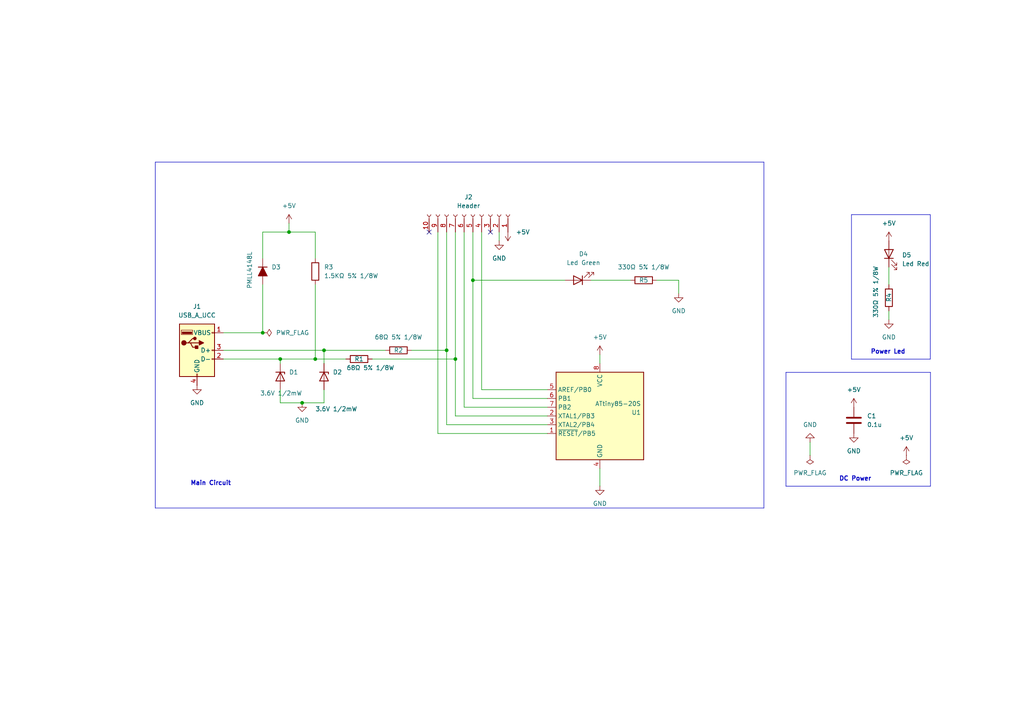
<source format=kicad_sch>
(kicad_sch
	(version 20250114)
	(generator "eeschema")
	(generator_version "9.0")
	(uuid "f2c20679-f28d-47ad-9191-2bfbde129570")
	(paper "A4")
	(title_block
		(title "2534906-GarciaSequeira-MicroDuino")
		(date "2025-05-25")
		(rev "1.0")
		(company "UCC")
		(comment 1 "MicroDuino")
	)
	(lib_symbols
		(symbol "+5V_1"
			(power)
			(pin_names
				(offset 0)
			)
			(exclude_from_sim no)
			(in_bom yes)
			(on_board yes)
			(property "Reference" "#PWR"
				(at 0 -3.81 0)
				(effects
					(font
						(size 1.27 1.27)
					)
					(hide yes)
				)
			)
			(property "Value" "+5V_1"
				(at 0 3.556 0)
				(effects
					(font
						(size 1.27 1.27)
					)
				)
			)
			(property "Footprint" ""
				(at 0 0 0)
				(effects
					(font
						(size 1.27 1.27)
					)
					(hide yes)
				)
			)
			(property "Datasheet" ""
				(at 0 0 0)
				(effects
					(font
						(size 1.27 1.27)
					)
					(hide yes)
				)
			)
			(property "Description" "Power symbol creates a global label with name \"+5V\""
				(at 0 0 0)
				(effects
					(font
						(size 1.27 1.27)
					)
					(hide yes)
				)
			)
			(property "ki_keywords" "global power"
				(at 0 0 0)
				(effects
					(font
						(size 1.27 1.27)
					)
					(hide yes)
				)
			)
			(symbol "+5V_1_0_1"
				(polyline
					(pts
						(xy -0.762 1.27) (xy 0 2.54)
					)
					(stroke
						(width 0)
						(type default)
					)
					(fill
						(type none)
					)
				)
				(polyline
					(pts
						(xy 0 2.54) (xy 0.762 1.27)
					)
					(stroke
						(width 0)
						(type default)
					)
					(fill
						(type none)
					)
				)
				(polyline
					(pts
						(xy 0 0) (xy 0 2.54)
					)
					(stroke
						(width 0)
						(type default)
					)
					(fill
						(type none)
					)
				)
			)
			(symbol "+5V_1_1_1"
				(pin power_in line
					(at 0 0 90)
					(length 0)
					(hide yes)
					(name "+5V"
						(effects
							(font
								(size 1.27 1.27)
							)
						)
					)
					(number "1"
						(effects
							(font
								(size 1.27 1.27)
							)
						)
					)
				)
			)
			(embedded_fonts no)
		)
		(symbol "Connector:Conn_01x10_Socket"
			(pin_names
				(offset 1.016)
				(hide yes)
			)
			(exclude_from_sim no)
			(in_bom yes)
			(on_board yes)
			(property "Reference" "J"
				(at 0 12.7 0)
				(effects
					(font
						(size 1.27 1.27)
					)
				)
			)
			(property "Value" "Conn_01x10_Socket"
				(at 0 -15.24 0)
				(effects
					(font
						(size 1.27 1.27)
					)
				)
			)
			(property "Footprint" ""
				(at 0 0 0)
				(effects
					(font
						(size 1.27 1.27)
					)
					(hide yes)
				)
			)
			(property "Datasheet" "~"
				(at 0 0 0)
				(effects
					(font
						(size 1.27 1.27)
					)
					(hide yes)
				)
			)
			(property "Description" "Generic connector, single row, 01x10, script generated"
				(at 0 0 0)
				(effects
					(font
						(size 1.27 1.27)
					)
					(hide yes)
				)
			)
			(property "ki_locked" ""
				(at 0 0 0)
				(effects
					(font
						(size 1.27 1.27)
					)
				)
			)
			(property "ki_keywords" "connector"
				(at 0 0 0)
				(effects
					(font
						(size 1.27 1.27)
					)
					(hide yes)
				)
			)
			(property "ki_fp_filters" "Connector*:*_1x??_*"
				(at 0 0 0)
				(effects
					(font
						(size 1.27 1.27)
					)
					(hide yes)
				)
			)
			(symbol "Conn_01x10_Socket_1_1"
				(polyline
					(pts
						(xy -1.27 10.16) (xy -0.508 10.16)
					)
					(stroke
						(width 0.1524)
						(type default)
					)
					(fill
						(type none)
					)
				)
				(polyline
					(pts
						(xy -1.27 7.62) (xy -0.508 7.62)
					)
					(stroke
						(width 0.1524)
						(type default)
					)
					(fill
						(type none)
					)
				)
				(polyline
					(pts
						(xy -1.27 5.08) (xy -0.508 5.08)
					)
					(stroke
						(width 0.1524)
						(type default)
					)
					(fill
						(type none)
					)
				)
				(polyline
					(pts
						(xy -1.27 2.54) (xy -0.508 2.54)
					)
					(stroke
						(width 0.1524)
						(type default)
					)
					(fill
						(type none)
					)
				)
				(polyline
					(pts
						(xy -1.27 0) (xy -0.508 0)
					)
					(stroke
						(width 0.1524)
						(type default)
					)
					(fill
						(type none)
					)
				)
				(polyline
					(pts
						(xy -1.27 -2.54) (xy -0.508 -2.54)
					)
					(stroke
						(width 0.1524)
						(type default)
					)
					(fill
						(type none)
					)
				)
				(polyline
					(pts
						(xy -1.27 -5.08) (xy -0.508 -5.08)
					)
					(stroke
						(width 0.1524)
						(type default)
					)
					(fill
						(type none)
					)
				)
				(polyline
					(pts
						(xy -1.27 -7.62) (xy -0.508 -7.62)
					)
					(stroke
						(width 0.1524)
						(type default)
					)
					(fill
						(type none)
					)
				)
				(polyline
					(pts
						(xy -1.27 -10.16) (xy -0.508 -10.16)
					)
					(stroke
						(width 0.1524)
						(type default)
					)
					(fill
						(type none)
					)
				)
				(polyline
					(pts
						(xy -1.27 -12.7) (xy -0.508 -12.7)
					)
					(stroke
						(width 0.1524)
						(type default)
					)
					(fill
						(type none)
					)
				)
				(arc
					(start 0 9.652)
					(mid -0.5058 10.16)
					(end 0 10.668)
					(stroke
						(width 0.1524)
						(type default)
					)
					(fill
						(type none)
					)
				)
				(arc
					(start 0 7.112)
					(mid -0.5058 7.62)
					(end 0 8.128)
					(stroke
						(width 0.1524)
						(type default)
					)
					(fill
						(type none)
					)
				)
				(arc
					(start 0 4.572)
					(mid -0.5058 5.08)
					(end 0 5.588)
					(stroke
						(width 0.1524)
						(type default)
					)
					(fill
						(type none)
					)
				)
				(arc
					(start 0 2.032)
					(mid -0.5058 2.54)
					(end 0 3.048)
					(stroke
						(width 0.1524)
						(type default)
					)
					(fill
						(type none)
					)
				)
				(arc
					(start 0 -0.508)
					(mid -0.5058 0)
					(end 0 0.508)
					(stroke
						(width 0.1524)
						(type default)
					)
					(fill
						(type none)
					)
				)
				(arc
					(start 0 -3.048)
					(mid -0.5058 -2.54)
					(end 0 -2.032)
					(stroke
						(width 0.1524)
						(type default)
					)
					(fill
						(type none)
					)
				)
				(arc
					(start 0 -5.588)
					(mid -0.5058 -5.08)
					(end 0 -4.572)
					(stroke
						(width 0.1524)
						(type default)
					)
					(fill
						(type none)
					)
				)
				(arc
					(start 0 -8.128)
					(mid -0.5058 -7.62)
					(end 0 -7.112)
					(stroke
						(width 0.1524)
						(type default)
					)
					(fill
						(type none)
					)
				)
				(arc
					(start 0 -10.668)
					(mid -0.5058 -10.16)
					(end 0 -9.652)
					(stroke
						(width 0.1524)
						(type default)
					)
					(fill
						(type none)
					)
				)
				(arc
					(start 0 -13.208)
					(mid -0.5058 -12.7)
					(end 0 -12.192)
					(stroke
						(width 0.1524)
						(type default)
					)
					(fill
						(type none)
					)
				)
				(pin passive line
					(at -5.08 10.16 0)
					(length 3.81)
					(name "Pin_1"
						(effects
							(font
								(size 1.27 1.27)
							)
						)
					)
					(number "1"
						(effects
							(font
								(size 1.27 1.27)
							)
						)
					)
				)
				(pin passive line
					(at -5.08 7.62 0)
					(length 3.81)
					(name "Pin_2"
						(effects
							(font
								(size 1.27 1.27)
							)
						)
					)
					(number "2"
						(effects
							(font
								(size 1.27 1.27)
							)
						)
					)
				)
				(pin passive line
					(at -5.08 5.08 0)
					(length 3.81)
					(name "Pin_3"
						(effects
							(font
								(size 1.27 1.27)
							)
						)
					)
					(number "3"
						(effects
							(font
								(size 1.27 1.27)
							)
						)
					)
				)
				(pin passive line
					(at -5.08 2.54 0)
					(length 3.81)
					(name "Pin_4"
						(effects
							(font
								(size 1.27 1.27)
							)
						)
					)
					(number "4"
						(effects
							(font
								(size 1.27 1.27)
							)
						)
					)
				)
				(pin passive line
					(at -5.08 0 0)
					(length 3.81)
					(name "Pin_5"
						(effects
							(font
								(size 1.27 1.27)
							)
						)
					)
					(number "5"
						(effects
							(font
								(size 1.27 1.27)
							)
						)
					)
				)
				(pin passive line
					(at -5.08 -2.54 0)
					(length 3.81)
					(name "Pin_6"
						(effects
							(font
								(size 1.27 1.27)
							)
						)
					)
					(number "6"
						(effects
							(font
								(size 1.27 1.27)
							)
						)
					)
				)
				(pin passive line
					(at -5.08 -5.08 0)
					(length 3.81)
					(name "Pin_7"
						(effects
							(font
								(size 1.27 1.27)
							)
						)
					)
					(number "7"
						(effects
							(font
								(size 1.27 1.27)
							)
						)
					)
				)
				(pin passive line
					(at -5.08 -7.62 0)
					(length 3.81)
					(name "Pin_8"
						(effects
							(font
								(size 1.27 1.27)
							)
						)
					)
					(number "8"
						(effects
							(font
								(size 1.27 1.27)
							)
						)
					)
				)
				(pin passive line
					(at -5.08 -10.16 0)
					(length 3.81)
					(name "Pin_9"
						(effects
							(font
								(size 1.27 1.27)
							)
						)
					)
					(number "9"
						(effects
							(font
								(size 1.27 1.27)
							)
						)
					)
				)
				(pin passive line
					(at -5.08 -12.7 0)
					(length 3.81)
					(name "Pin_10"
						(effects
							(font
								(size 1.27 1.27)
							)
						)
					)
					(number "10"
						(effects
							(font
								(size 1.27 1.27)
							)
						)
					)
				)
			)
			(embedded_fonts no)
		)
		(symbol "Connector:USB_A"
			(pin_names
				(offset 1.016)
			)
			(exclude_from_sim no)
			(in_bom yes)
			(on_board yes)
			(property "Reference" "J2"
				(at 0 12.7 0)
				(effects
					(font
						(size 1.27 1.27)
					)
				)
			)
			(property "Value" "USB_A"
				(at 0 10.16 0)
				(effects
					(font
						(size 1.27 1.27)
					)
				)
			)
			(property "Footprint" ""
				(at 3.81 -1.27 0)
				(effects
					(font
						(size 1.27 1.27)
					)
					(hide yes)
				)
			)
			(property "Datasheet" "~"
				(at 3.81 -1.27 0)
				(effects
					(font
						(size 1.27 1.27)
					)
					(hide yes)
				)
			)
			(property "Description" "USB Type A connector"
				(at 0 0 0)
				(effects
					(font
						(size 1.27 1.27)
					)
					(hide yes)
				)
			)
			(property "ki_keywords" "connector USB"
				(at 0 0 0)
				(effects
					(font
						(size 1.27 1.27)
					)
					(hide yes)
				)
			)
			(property "ki_fp_filters" "USB*"
				(at 0 0 0)
				(effects
					(font
						(size 1.27 1.27)
					)
					(hide yes)
				)
			)
			(symbol "USB_A_0_1"
				(rectangle
					(start -5.08 -7.62)
					(end 5.08 7.62)
					(stroke
						(width 0.254)
						(type default)
					)
					(fill
						(type background)
					)
				)
				(circle
					(center -3.81 2.159)
					(radius 0.635)
					(stroke
						(width 0.254)
						(type default)
					)
					(fill
						(type outline)
					)
				)
				(polyline
					(pts
						(xy -3.175 2.159) (xy -2.54 2.159) (xy -1.27 3.429) (xy -0.635 3.429)
					)
					(stroke
						(width 0.254)
						(type default)
					)
					(fill
						(type none)
					)
				)
				(polyline
					(pts
						(xy -2.54 2.159) (xy -1.905 2.159) (xy -1.27 0.889) (xy 0 0.889)
					)
					(stroke
						(width 0.254)
						(type default)
					)
					(fill
						(type none)
					)
				)
				(rectangle
					(start -1.524 4.826)
					(end -4.318 5.334)
					(stroke
						(width 0)
						(type default)
					)
					(fill
						(type outline)
					)
				)
				(rectangle
					(start -1.27 4.572)
					(end -4.572 5.842)
					(stroke
						(width 0)
						(type default)
					)
					(fill
						(type none)
					)
				)
				(circle
					(center -0.635 3.429)
					(radius 0.381)
					(stroke
						(width 0.254)
						(type default)
					)
					(fill
						(type outline)
					)
				)
				(rectangle
					(start -0.127 -7.62)
					(end 0.127 -6.858)
					(stroke
						(width 0)
						(type default)
					)
					(fill
						(type none)
					)
				)
				(rectangle
					(start 0.254 1.27)
					(end -0.508 0.508)
					(stroke
						(width 0.254)
						(type default)
					)
					(fill
						(type outline)
					)
				)
				(polyline
					(pts
						(xy 0.635 2.794) (xy 0.635 1.524) (xy 1.905 2.159) (xy 0.635 2.794)
					)
					(stroke
						(width 0.254)
						(type default)
					)
					(fill
						(type outline)
					)
				)
				(rectangle
					(start 5.08 4.953)
					(end 4.318 5.207)
					(stroke
						(width 0)
						(type default)
					)
					(fill
						(type none)
					)
				)
				(rectangle
					(start 5.08 -0.127)
					(end 4.318 0.127)
					(stroke
						(width 0)
						(type default)
					)
					(fill
						(type none)
					)
				)
				(rectangle
					(start 5.08 -2.667)
					(end 4.318 -2.413)
					(stroke
						(width 0)
						(type default)
					)
					(fill
						(type none)
					)
				)
			)
			(symbol "USB_A_1_1"
				(polyline
					(pts
						(xy -1.905 2.159) (xy 0.635 2.159)
					)
					(stroke
						(width 0.254)
						(type default)
					)
					(fill
						(type none)
					)
				)
				(pin power_in line
					(at 0 -10.16 90)
					(length 2.54)
					(name "GND"
						(effects
							(font
								(size 1.27 1.27)
							)
						)
					)
					(number "4"
						(effects
							(font
								(size 1.27 1.27)
							)
						)
					)
				)
				(pin power_in line
					(at 7.62 5.08 180)
					(length 2.54)
					(name "VBUS"
						(effects
							(font
								(size 1.27 1.27)
							)
						)
					)
					(number "1"
						(effects
							(font
								(size 1.27 1.27)
							)
						)
					)
				)
				(pin bidirectional line
					(at 7.62 0 180)
					(length 2.54)
					(name "D+"
						(effects
							(font
								(size 1.27 1.27)
							)
						)
					)
					(number "3"
						(effects
							(font
								(size 1.27 1.27)
							)
						)
					)
				)
				(pin bidirectional line
					(at 7.62 -2.54 180)
					(length 2.54)
					(name "D-"
						(effects
							(font
								(size 1.27 1.27)
							)
						)
					)
					(number "2"
						(effects
							(font
								(size 1.27 1.27)
							)
						)
					)
				)
			)
			(embedded_fonts no)
		)
		(symbol "D_Filled_1"
			(pin_numbers
				(hide yes)
			)
			(pin_names
				(offset 1.016)
				(hide yes)
			)
			(exclude_from_sim no)
			(in_bom yes)
			(on_board yes)
			(property "Reference" "D"
				(at 0 2.54 0)
				(effects
					(font
						(size 1.27 1.27)
					)
				)
			)
			(property "Value" "D_Filled"
				(at 0 -2.54 0)
				(effects
					(font
						(size 1.27 1.27)
					)
				)
			)
			(property "Footprint" ""
				(at 0 0 0)
				(effects
					(font
						(size 1.27 1.27)
					)
					(hide yes)
				)
			)
			(property "Datasheet" "~"
				(at 0 0 0)
				(effects
					(font
						(size 1.27 1.27)
					)
					(hide yes)
				)
			)
			(property "Description" "Diode, filled shape"
				(at 0 0 0)
				(effects
					(font
						(size 1.27 1.27)
					)
					(hide yes)
				)
			)
			(property "Sim.Device" "D"
				(at 0 0 0)
				(effects
					(font
						(size 1.27 1.27)
					)
					(hide yes)
				)
			)
			(property "Sim.Pins" "1=K 2=A"
				(at 0 0 0)
				(effects
					(font
						(size 1.27 1.27)
					)
					(hide yes)
				)
			)
			(property "ki_keywords" "diode"
				(at 0 0 0)
				(effects
					(font
						(size 1.27 1.27)
					)
					(hide yes)
				)
			)
			(property "ki_fp_filters" "TO-???* *_Diode_* *SingleDiode* D_*"
				(at 0 0 0)
				(effects
					(font
						(size 1.27 1.27)
					)
					(hide yes)
				)
			)
			(symbol "D_Filled_1_0_1"
				(polyline
					(pts
						(xy -1.27 1.27) (xy -1.27 -1.27)
					)
					(stroke
						(width 0.254)
						(type default)
					)
					(fill
						(type none)
					)
				)
				(polyline
					(pts
						(xy 1.27 1.27) (xy 1.27 -1.27) (xy -1.27 0) (xy 1.27 1.27)
					)
					(stroke
						(width 0.254)
						(type default)
					)
					(fill
						(type outline)
					)
				)
				(polyline
					(pts
						(xy 1.27 0) (xy -1.27 0)
					)
					(stroke
						(width 0)
						(type default)
					)
					(fill
						(type none)
					)
				)
			)
			(symbol "D_Filled_1_1_1"
				(pin passive line
					(at -3.81 0 0)
					(length 2.54)
					(name "K"
						(effects
							(font
								(size 1.27 1.27)
							)
						)
					)
					(number "1"
						(effects
							(font
								(size 1.27 1.27)
							)
						)
					)
				)
				(pin passive line
					(at 3.81 0 180)
					(length 2.54)
					(name "A"
						(effects
							(font
								(size 1.27 1.27)
							)
						)
					)
					(number "2"
						(effects
							(font
								(size 1.27 1.27)
							)
						)
					)
				)
			)
			(embedded_fonts no)
		)
		(symbol "Device:C"
			(pin_numbers
				(hide yes)
			)
			(pin_names
				(offset 0.254)
			)
			(exclude_from_sim no)
			(in_bom yes)
			(on_board yes)
			(property "Reference" "C"
				(at 0.635 2.54 0)
				(effects
					(font
						(size 1.27 1.27)
					)
					(justify left)
				)
			)
			(property "Value" "C"
				(at 0.635 -2.54 0)
				(effects
					(font
						(size 1.27 1.27)
					)
					(justify left)
				)
			)
			(property "Footprint" ""
				(at 0.9652 -3.81 0)
				(effects
					(font
						(size 1.27 1.27)
					)
					(hide yes)
				)
			)
			(property "Datasheet" "~"
				(at 0 0 0)
				(effects
					(font
						(size 1.27 1.27)
					)
					(hide yes)
				)
			)
			(property "Description" "Unpolarized capacitor"
				(at 0 0 0)
				(effects
					(font
						(size 1.27 1.27)
					)
					(hide yes)
				)
			)
			(property "ki_keywords" "cap capacitor"
				(at 0 0 0)
				(effects
					(font
						(size 1.27 1.27)
					)
					(hide yes)
				)
			)
			(property "ki_fp_filters" "C_*"
				(at 0 0 0)
				(effects
					(font
						(size 1.27 1.27)
					)
					(hide yes)
				)
			)
			(symbol "C_0_1"
				(polyline
					(pts
						(xy -2.032 0.762) (xy 2.032 0.762)
					)
					(stroke
						(width 0.508)
						(type default)
					)
					(fill
						(type none)
					)
				)
				(polyline
					(pts
						(xy -2.032 -0.762) (xy 2.032 -0.762)
					)
					(stroke
						(width 0.508)
						(type default)
					)
					(fill
						(type none)
					)
				)
			)
			(symbol "C_1_1"
				(pin passive line
					(at 0 3.81 270)
					(length 2.794)
					(name "~"
						(effects
							(font
								(size 1.27 1.27)
							)
						)
					)
					(number "1"
						(effects
							(font
								(size 1.27 1.27)
							)
						)
					)
				)
				(pin passive line
					(at 0 -3.81 90)
					(length 2.794)
					(name "~"
						(effects
							(font
								(size 1.27 1.27)
							)
						)
					)
					(number "2"
						(effects
							(font
								(size 1.27 1.27)
							)
						)
					)
				)
			)
			(embedded_fonts no)
		)
		(symbol "Device:D_Zener"
			(pin_numbers
				(hide yes)
			)
			(pin_names
				(offset 1.016)
				(hide yes)
			)
			(exclude_from_sim no)
			(in_bom yes)
			(on_board yes)
			(property "Reference" "D"
				(at 0 2.54 0)
				(effects
					(font
						(size 1.27 1.27)
					)
				)
			)
			(property "Value" "D_Zener"
				(at 0 -2.54 0)
				(effects
					(font
						(size 1.27 1.27)
					)
				)
			)
			(property "Footprint" ""
				(at 0 0 0)
				(effects
					(font
						(size 1.27 1.27)
					)
					(hide yes)
				)
			)
			(property "Datasheet" "~"
				(at 0 0 0)
				(effects
					(font
						(size 1.27 1.27)
					)
					(hide yes)
				)
			)
			(property "Description" "Zener diode"
				(at 0 0 0)
				(effects
					(font
						(size 1.27 1.27)
					)
					(hide yes)
				)
			)
			(property "ki_keywords" "diode"
				(at 0 0 0)
				(effects
					(font
						(size 1.27 1.27)
					)
					(hide yes)
				)
			)
			(property "ki_fp_filters" "TO-???* *_Diode_* *SingleDiode* D_*"
				(at 0 0 0)
				(effects
					(font
						(size 1.27 1.27)
					)
					(hide yes)
				)
			)
			(symbol "D_Zener_0_1"
				(polyline
					(pts
						(xy -1.27 -1.27) (xy -1.27 1.27) (xy -0.762 1.27)
					)
					(stroke
						(width 0.254)
						(type default)
					)
					(fill
						(type none)
					)
				)
				(polyline
					(pts
						(xy 1.27 0) (xy -1.27 0)
					)
					(stroke
						(width 0)
						(type default)
					)
					(fill
						(type none)
					)
				)
				(polyline
					(pts
						(xy 1.27 -1.27) (xy 1.27 1.27) (xy -1.27 0) (xy 1.27 -1.27)
					)
					(stroke
						(width 0.254)
						(type default)
					)
					(fill
						(type none)
					)
				)
			)
			(symbol "D_Zener_1_1"
				(pin passive line
					(at -3.81 0 0)
					(length 2.54)
					(name "K"
						(effects
							(font
								(size 1.27 1.27)
							)
						)
					)
					(number "1"
						(effects
							(font
								(size 1.27 1.27)
							)
						)
					)
				)
				(pin passive line
					(at 3.81 0 180)
					(length 2.54)
					(name "A"
						(effects
							(font
								(size 1.27 1.27)
							)
						)
					)
					(number "2"
						(effects
							(font
								(size 1.27 1.27)
							)
						)
					)
				)
			)
			(embedded_fonts no)
		)
		(symbol "Device:LED"
			(pin_numbers
				(hide yes)
			)
			(pin_names
				(offset 1.016)
				(hide yes)
			)
			(exclude_from_sim no)
			(in_bom yes)
			(on_board yes)
			(property "Reference" "D"
				(at 0 2.54 0)
				(effects
					(font
						(size 1.27 1.27)
					)
				)
			)
			(property "Value" "LED"
				(at 0 -2.54 0)
				(effects
					(font
						(size 1.27 1.27)
					)
				)
			)
			(property "Footprint" ""
				(at 0 0 0)
				(effects
					(font
						(size 1.27 1.27)
					)
					(hide yes)
				)
			)
			(property "Datasheet" "~"
				(at 0 0 0)
				(effects
					(font
						(size 1.27 1.27)
					)
					(hide yes)
				)
			)
			(property "Description" "Light emitting diode"
				(at 0 0 0)
				(effects
					(font
						(size 1.27 1.27)
					)
					(hide yes)
				)
			)
			(property "ki_keywords" "LED diode"
				(at 0 0 0)
				(effects
					(font
						(size 1.27 1.27)
					)
					(hide yes)
				)
			)
			(property "ki_fp_filters" "LED* LED_SMD:* LED_THT:*"
				(at 0 0 0)
				(effects
					(font
						(size 1.27 1.27)
					)
					(hide yes)
				)
			)
			(symbol "LED_0_1"
				(polyline
					(pts
						(xy -3.048 -0.762) (xy -4.572 -2.286) (xy -3.81 -2.286) (xy -4.572 -2.286) (xy -4.572 -1.524)
					)
					(stroke
						(width 0)
						(type default)
					)
					(fill
						(type none)
					)
				)
				(polyline
					(pts
						(xy -1.778 -0.762) (xy -3.302 -2.286) (xy -2.54 -2.286) (xy -3.302 -2.286) (xy -3.302 -1.524)
					)
					(stroke
						(width 0)
						(type default)
					)
					(fill
						(type none)
					)
				)
				(polyline
					(pts
						(xy -1.27 0) (xy 1.27 0)
					)
					(stroke
						(width 0)
						(type default)
					)
					(fill
						(type none)
					)
				)
				(polyline
					(pts
						(xy -1.27 -1.27) (xy -1.27 1.27)
					)
					(stroke
						(width 0.254)
						(type default)
					)
					(fill
						(type none)
					)
				)
				(polyline
					(pts
						(xy 1.27 -1.27) (xy 1.27 1.27) (xy -1.27 0) (xy 1.27 -1.27)
					)
					(stroke
						(width 0.254)
						(type default)
					)
					(fill
						(type none)
					)
				)
			)
			(symbol "LED_1_1"
				(pin passive line
					(at -3.81 0 0)
					(length 2.54)
					(name "K"
						(effects
							(font
								(size 1.27 1.27)
							)
						)
					)
					(number "1"
						(effects
							(font
								(size 1.27 1.27)
							)
						)
					)
				)
				(pin passive line
					(at 3.81 0 180)
					(length 2.54)
					(name "A"
						(effects
							(font
								(size 1.27 1.27)
							)
						)
					)
					(number "2"
						(effects
							(font
								(size 1.27 1.27)
							)
						)
					)
				)
			)
			(embedded_fonts no)
		)
		(symbol "Device:R"
			(pin_numbers
				(hide yes)
			)
			(pin_names
				(offset 0)
			)
			(exclude_from_sim no)
			(in_bom yes)
			(on_board yes)
			(property "Reference" "R"
				(at 2.032 0 90)
				(effects
					(font
						(size 1.27 1.27)
					)
				)
			)
			(property "Value" "R"
				(at 0 0 90)
				(effects
					(font
						(size 1.27 1.27)
					)
				)
			)
			(property "Footprint" ""
				(at -1.778 0 90)
				(effects
					(font
						(size 1.27 1.27)
					)
					(hide yes)
				)
			)
			(property "Datasheet" "~"
				(at 0 0 0)
				(effects
					(font
						(size 1.27 1.27)
					)
					(hide yes)
				)
			)
			(property "Description" "Resistor"
				(at 0 0 0)
				(effects
					(font
						(size 1.27 1.27)
					)
					(hide yes)
				)
			)
			(property "ki_keywords" "R res resistor"
				(at 0 0 0)
				(effects
					(font
						(size 1.27 1.27)
					)
					(hide yes)
				)
			)
			(property "ki_fp_filters" "R_*"
				(at 0 0 0)
				(effects
					(font
						(size 1.27 1.27)
					)
					(hide yes)
				)
			)
			(symbol "R_0_1"
				(rectangle
					(start -1.016 -2.54)
					(end 1.016 2.54)
					(stroke
						(width 0.254)
						(type default)
					)
					(fill
						(type none)
					)
				)
			)
			(symbol "R_1_1"
				(pin passive line
					(at 0 3.81 270)
					(length 1.27)
					(name "~"
						(effects
							(font
								(size 1.27 1.27)
							)
						)
					)
					(number "1"
						(effects
							(font
								(size 1.27 1.27)
							)
						)
					)
				)
				(pin passive line
					(at 0 -3.81 90)
					(length 1.27)
					(name "~"
						(effects
							(font
								(size 1.27 1.27)
							)
						)
					)
					(number "2"
						(effects
							(font
								(size 1.27 1.27)
							)
						)
					)
				)
			)
			(embedded_fonts no)
		)
		(symbol "GND_1"
			(power)
			(pin_names
				(offset 0)
			)
			(exclude_from_sim no)
			(in_bom yes)
			(on_board yes)
			(property "Reference" "#PWR"
				(at 0 -6.35 0)
				(effects
					(font
						(size 1.27 1.27)
					)
					(hide yes)
				)
			)
			(property "Value" "GND_1"
				(at 0 -3.81 0)
				(effects
					(font
						(size 1.27 1.27)
					)
				)
			)
			(property "Footprint" ""
				(at 0 0 0)
				(effects
					(font
						(size 1.27 1.27)
					)
					(hide yes)
				)
			)
			(property "Datasheet" ""
				(at 0 0 0)
				(effects
					(font
						(size 1.27 1.27)
					)
					(hide yes)
				)
			)
			(property "Description" "Power symbol creates a global label with name \"GND\" , ground"
				(at 0 0 0)
				(effects
					(font
						(size 1.27 1.27)
					)
					(hide yes)
				)
			)
			(property "ki_keywords" "global power"
				(at 0 0 0)
				(effects
					(font
						(size 1.27 1.27)
					)
					(hide yes)
				)
			)
			(symbol "GND_1_0_1"
				(polyline
					(pts
						(xy 0 0) (xy 0 -1.27) (xy 1.27 -1.27) (xy 0 -2.54) (xy -1.27 -1.27) (xy 0 -1.27)
					)
					(stroke
						(width 0)
						(type default)
					)
					(fill
						(type none)
					)
				)
			)
			(symbol "GND_1_1_1"
				(pin power_in line
					(at 0 0 270)
					(length 0)
					(hide yes)
					(name "GND"
						(effects
							(font
								(size 1.27 1.27)
							)
						)
					)
					(number "1"
						(effects
							(font
								(size 1.27 1.27)
							)
						)
					)
				)
			)
			(embedded_fonts no)
		)
		(symbol "MCU_Microchip_ATtiny:ATtiny85-20S"
			(exclude_from_sim no)
			(in_bom yes)
			(on_board yes)
			(property "Reference" "U"
				(at -12.7 13.97 0)
				(effects
					(font
						(size 1.27 1.27)
					)
					(justify left bottom)
				)
			)
			(property "Value" "ATtiny85-20S"
				(at 2.54 -13.97 0)
				(effects
					(font
						(size 1.27 1.27)
					)
					(justify left top)
				)
			)
			(property "Footprint" "Package_SO:SOIC-8W_5.3x5.3mm_P1.27mm"
				(at 0 0 0)
				(effects
					(font
						(size 1.27 1.27)
						(italic yes)
					)
					(hide yes)
				)
			)
			(property "Datasheet" "http://ww1.microchip.com/downloads/en/DeviceDoc/atmel-2586-avr-8-bit-microcontroller-attiny25-attiny45-attiny85_datasheet.pdf"
				(at 0 0 0)
				(effects
					(font
						(size 1.27 1.27)
					)
					(hide yes)
				)
			)
			(property "Description" "20MHz, 8kB Flash, 512B SRAM, 512B EEPROM, debugWIRE, SOIC-8W"
				(at 0 0 0)
				(effects
					(font
						(size 1.27 1.27)
					)
					(hide yes)
				)
			)
			(property "ki_keywords" "AVR 8bit Microcontroller tinyAVR"
				(at 0 0 0)
				(effects
					(font
						(size 1.27 1.27)
					)
					(hide yes)
				)
			)
			(property "ki_fp_filters" "SOIC*5.3x5.3mm*P1.27mm*"
				(at 0 0 0)
				(effects
					(font
						(size 1.27 1.27)
					)
					(hide yes)
				)
			)
			(symbol "ATtiny85-20S_0_1"
				(rectangle
					(start -12.7 -12.7)
					(end 12.7 12.7)
					(stroke
						(width 0.254)
						(type default)
					)
					(fill
						(type background)
					)
				)
			)
			(symbol "ATtiny85-20S_1_1"
				(pin power_in line
					(at 0 15.24 270)
					(length 2.54)
					(name "VCC"
						(effects
							(font
								(size 1.27 1.27)
							)
						)
					)
					(number "8"
						(effects
							(font
								(size 1.27 1.27)
							)
						)
					)
				)
				(pin power_in line
					(at 0 -15.24 90)
					(length 2.54)
					(name "GND"
						(effects
							(font
								(size 1.27 1.27)
							)
						)
					)
					(number "4"
						(effects
							(font
								(size 1.27 1.27)
							)
						)
					)
				)
				(pin bidirectional line
					(at 15.24 7.62 180)
					(length 2.54)
					(name "AREF/PB0"
						(effects
							(font
								(size 1.27 1.27)
							)
						)
					)
					(number "5"
						(effects
							(font
								(size 1.27 1.27)
							)
						)
					)
				)
				(pin bidirectional line
					(at 15.24 5.08 180)
					(length 2.54)
					(name "PB1"
						(effects
							(font
								(size 1.27 1.27)
							)
						)
					)
					(number "6"
						(effects
							(font
								(size 1.27 1.27)
							)
						)
					)
				)
				(pin bidirectional line
					(at 15.24 2.54 180)
					(length 2.54)
					(name "PB2"
						(effects
							(font
								(size 1.27 1.27)
							)
						)
					)
					(number "7"
						(effects
							(font
								(size 1.27 1.27)
							)
						)
					)
				)
				(pin bidirectional line
					(at 15.24 0 180)
					(length 2.54)
					(name "XTAL1/PB3"
						(effects
							(font
								(size 1.27 1.27)
							)
						)
					)
					(number "2"
						(effects
							(font
								(size 1.27 1.27)
							)
						)
					)
				)
				(pin bidirectional line
					(at 15.24 -2.54 180)
					(length 2.54)
					(name "XTAL2/PB4"
						(effects
							(font
								(size 1.27 1.27)
							)
						)
					)
					(number "3"
						(effects
							(font
								(size 1.27 1.27)
							)
						)
					)
				)
				(pin bidirectional line
					(at 15.24 -5.08 180)
					(length 2.54)
					(name "~{RESET}/PB5"
						(effects
							(font
								(size 1.27 1.27)
							)
						)
					)
					(number "1"
						(effects
							(font
								(size 1.27 1.27)
							)
						)
					)
				)
			)
			(embedded_fonts no)
		)
		(symbol "PWR_FLAG_1"
			(power)
			(pin_numbers
				(hide yes)
			)
			(pin_names
				(offset 0)
				(hide yes)
			)
			(exclude_from_sim no)
			(in_bom yes)
			(on_board yes)
			(property "Reference" "#FLG"
				(at 0 1.905 0)
				(effects
					(font
						(size 1.27 1.27)
					)
					(hide yes)
				)
			)
			(property "Value" "PWR_FLAG_1"
				(at 0 3.81 0)
				(effects
					(font
						(size 1.27 1.27)
					)
				)
			)
			(property "Footprint" ""
				(at 0 0 0)
				(effects
					(font
						(size 1.27 1.27)
					)
					(hide yes)
				)
			)
			(property "Datasheet" "~"
				(at 0 0 0)
				(effects
					(font
						(size 1.27 1.27)
					)
					(hide yes)
				)
			)
			(property "Description" "Special symbol for telling ERC where power comes from"
				(at 0 0 0)
				(effects
					(font
						(size 1.27 1.27)
					)
					(hide yes)
				)
			)
			(property "ki_keywords" "flag power"
				(at 0 0 0)
				(effects
					(font
						(size 1.27 1.27)
					)
					(hide yes)
				)
			)
			(symbol "PWR_FLAG_1_0_0"
				(pin power_out line
					(at 0 0 90)
					(length 0)
					(name "pwr"
						(effects
							(font
								(size 1.27 1.27)
							)
						)
					)
					(number "1"
						(effects
							(font
								(size 1.27 1.27)
							)
						)
					)
				)
			)
			(symbol "PWR_FLAG_1_0_1"
				(polyline
					(pts
						(xy 0 0) (xy 0 1.27) (xy -1.016 1.905) (xy 0 2.54) (xy 1.016 1.905) (xy 0 1.27)
					)
					(stroke
						(width 0)
						(type default)
					)
					(fill
						(type none)
					)
				)
			)
			(embedded_fonts no)
		)
		(symbol "power:GND"
			(power)
			(pin_numbers
				(hide yes)
			)
			(pin_names
				(offset 0)
				(hide yes)
			)
			(exclude_from_sim no)
			(in_bom yes)
			(on_board yes)
			(property "Reference" "#PWR"
				(at 0 -6.35 0)
				(effects
					(font
						(size 1.27 1.27)
					)
					(hide yes)
				)
			)
			(property "Value" "GND"
				(at 0 -3.81 0)
				(effects
					(font
						(size 1.27 1.27)
					)
				)
			)
			(property "Footprint" ""
				(at 0 0 0)
				(effects
					(font
						(size 1.27 1.27)
					)
					(hide yes)
				)
			)
			(property "Datasheet" ""
				(at 0 0 0)
				(effects
					(font
						(size 1.27 1.27)
					)
					(hide yes)
				)
			)
			(property "Description" "Power symbol creates a global label with name \"GND\" , ground"
				(at 0 0 0)
				(effects
					(font
						(size 1.27 1.27)
					)
					(hide yes)
				)
			)
			(property "ki_keywords" "global power"
				(at 0 0 0)
				(effects
					(font
						(size 1.27 1.27)
					)
					(hide yes)
				)
			)
			(symbol "GND_0_1"
				(polyline
					(pts
						(xy 0 0) (xy 0 -1.27) (xy 1.27 -1.27) (xy 0 -2.54) (xy -1.27 -1.27) (xy 0 -1.27)
					)
					(stroke
						(width 0)
						(type default)
					)
					(fill
						(type none)
					)
				)
			)
			(symbol "GND_1_1"
				(pin power_in line
					(at 0 0 270)
					(length 0)
					(name "~"
						(effects
							(font
								(size 1.27 1.27)
							)
						)
					)
					(number "1"
						(effects
							(font
								(size 1.27 1.27)
							)
						)
					)
				)
			)
			(embedded_fonts no)
		)
	)
	(text "Main Circuit"
		(exclude_from_sim no)
		(at 55.1942 140.9954 0)
		(effects
			(font
				(size 1.27 1.27)
				(thickness 0.254)
				(bold yes)
			)
			(justify left bottom)
		)
		(uuid "39ea4496-1b44-485f-ab4a-73accbcc9f99")
	)
	(text "DC Power"
		(exclude_from_sim no)
		(at 243.332 139.7 0)
		(effects
			(font
				(size 1.27 1.27)
				(thickness 0.254)
				(bold yes)
			)
			(justify left bottom)
		)
		(uuid "50a83f56-0988-43d8-b7be-3ed677d58b89")
	)
	(text "Power Led"
		(exclude_from_sim no)
		(at 252.476 102.87 0)
		(effects
			(font
				(size 1.27 1.27)
				(thickness 0.254)
				(bold yes)
			)
			(justify left bottom)
		)
		(uuid "b8f9cb28-61a0-4c62-b81b-a11a91cce9c3")
	)
	(junction
		(at 83.82 67.31)
		(diameter 0)
		(color 0 0 0 0)
		(uuid "45e23898-725d-4312-9589-842bbc39b85b")
	)
	(junction
		(at 81.28 104.14)
		(diameter 0)
		(color 0 0 0 0)
		(uuid "477c4614-3d05-49fc-b927-c14c0121ffa8")
	)
	(junction
		(at 87.63 116.84)
		(diameter 0)
		(color 0 0 0 0)
		(uuid "747dc5c7-083e-41c0-a98c-e9e9fea9cce0")
	)
	(junction
		(at 93.98 101.6)
		(diameter 0)
		(color 0 0 0 0)
		(uuid "790126be-3ce9-4527-b1cc-c922f82f75de")
	)
	(junction
		(at 91.44 104.14)
		(diameter 0)
		(color 0 0 0 0)
		(uuid "a802ce5f-bc4b-465f-89a7-1cb7b018d77d")
	)
	(junction
		(at 132.08 104.14)
		(diameter 0)
		(color 0 0 0 0)
		(uuid "a96be878-26ba-46bd-897b-fdc1ee3e52d1")
	)
	(junction
		(at 137.16 81.28)
		(diameter 0)
		(color 0 0 0 0)
		(uuid "b8682345-8a8f-48f1-9fd2-79cdd011b71b")
	)
	(junction
		(at 129.54 101.6)
		(diameter 0)
		(color 0 0 0 0)
		(uuid "beef898b-0971-445d-8da4-abca31314dc5")
	)
	(junction
		(at 76.2 96.52)
		(diameter 0)
		(color 0 0 0 0)
		(uuid "efd8cd39-8930-411c-9f34-e33652268a33")
	)
	(no_connect
		(at 124.46 67.31)
		(uuid "4392ebf8-462a-4dfa-98d2-982dbf1cc0ba")
	)
	(no_connect
		(at 142.24 67.31)
		(uuid "a12df728-ae36-4fd0-8b89-dd737fa6e375")
	)
	(wire
		(pts
			(xy 127 67.31) (xy 127 125.73)
		)
		(stroke
			(width 0)
			(type default)
		)
		(uuid "048edace-8ca7-49d5-9252-cc3cd8f912a2")
	)
	(wire
		(pts
			(xy 87.63 116.84) (xy 93.98 116.84)
		)
		(stroke
			(width 0)
			(type default)
		)
		(uuid "08029cc8-69ff-4b5a-a83c-d234825a10ac")
	)
	(wire
		(pts
			(xy 127 125.73) (xy 158.75 125.73)
		)
		(stroke
			(width 0)
			(type default)
		)
		(uuid "09e1135a-00a6-4d46-a555-b75de101dd2c")
	)
	(wire
		(pts
			(xy 64.77 101.6) (xy 93.98 101.6)
		)
		(stroke
			(width 0)
			(type default)
		)
		(uuid "0f00e2e7-e5a3-4d8c-875d-f96fc5f7fae1")
	)
	(wire
		(pts
			(xy 81.28 105.41) (xy 81.28 104.14)
		)
		(stroke
			(width 0)
			(type default)
		)
		(uuid "11676250-2a49-40e3-8f92-2fc79912b019")
	)
	(polyline
		(pts
			(xy 45.0342 147.3454) (xy 45.0342 47.0154)
		)
		(stroke
			(width 0)
			(type default)
		)
		(uuid "12c67071-fe67-4f47-a0ca-3ef1ab2bc966")
	)
	(polyline
		(pts
			(xy 221.5642 47.0154) (xy 221.5642 147.3454)
		)
		(stroke
			(width 0)
			(type default)
		)
		(uuid "1f5f82f7-3c3e-40e2-9a00-ce83a042d5ac")
	)
	(wire
		(pts
			(xy 93.98 116.84) (xy 93.98 113.03)
		)
		(stroke
			(width 0)
			(type default)
		)
		(uuid "24ce4a6a-5cb0-42e3-a168-211b11e4a5ef")
	)
	(wire
		(pts
			(xy 257.81 90.17) (xy 257.81 92.71)
		)
		(stroke
			(width 0)
			(type default)
		)
		(uuid "36408a36-06ba-40eb-adcc-a16d178ff26e")
	)
	(wire
		(pts
			(xy 81.28 113.03) (xy 81.28 116.84)
		)
		(stroke
			(width 0)
			(type default)
		)
		(uuid "3902161d-3d3d-4860-ba60-1a3367c54006")
	)
	(wire
		(pts
			(xy 129.54 123.19) (xy 158.75 123.19)
		)
		(stroke
			(width 0)
			(type default)
		)
		(uuid "3cc897a1-774a-4853-93a7-10ccd5cb8596")
	)
	(wire
		(pts
			(xy 83.82 64.77) (xy 83.82 67.31)
		)
		(stroke
			(width 0)
			(type default)
		)
		(uuid "410248ad-2904-4812-8d85-850535af93ee")
	)
	(wire
		(pts
			(xy 137.16 81.28) (xy 137.16 115.57)
		)
		(stroke
			(width 0)
			(type default)
		)
		(uuid "424f01da-7312-40eb-8c4f-a9512be523f5")
	)
	(wire
		(pts
			(xy 119.38 101.6) (xy 129.54 101.6)
		)
		(stroke
			(width 0)
			(type default)
		)
		(uuid "471407ac-878c-455f-9c5a-5c22c245c25d")
	)
	(wire
		(pts
			(xy 76.2 67.31) (xy 76.2 74.93)
		)
		(stroke
			(width 0)
			(type default)
		)
		(uuid "4c2df597-1210-449c-9045-650fb6953e19")
	)
	(polyline
		(pts
			(xy 269.8242 62.2554) (xy 269.8242 104.1654)
		)
		(stroke
			(width 0)
			(type default)
		)
		(uuid "4eb3e81b-c3fe-4e85-853e-9ce32520e02d")
	)
	(wire
		(pts
			(xy 93.98 101.6) (xy 93.98 105.41)
		)
		(stroke
			(width 0)
			(type default)
		)
		(uuid "56656776-4b6e-4431-b603-edebb68ddf31")
	)
	(wire
		(pts
			(xy 190.5 81.28) (xy 196.85 81.28)
		)
		(stroke
			(width 0)
			(type default)
		)
		(uuid "5d4324ef-cdba-478f-b5ae-2eed6860759a")
	)
	(wire
		(pts
			(xy 134.62 118.11) (xy 158.75 118.11)
		)
		(stroke
			(width 0)
			(type default)
		)
		(uuid "617cceaa-fdbd-4e0f-92ad-1cc0501d79c1")
	)
	(polyline
		(pts
			(xy 227.965 108.0008) (xy 269.875 108.0008)
		)
		(stroke
			(width 0)
			(type default)
		)
		(uuid "654c2277-b153-442b-b460-0cc1001e1bfe")
	)
	(wire
		(pts
			(xy 91.44 74.93) (xy 91.44 67.31)
		)
		(stroke
			(width 0)
			(type default)
		)
		(uuid "665d1084-3d66-40eb-90e9-0b52b7697f60")
	)
	(polyline
		(pts
			(xy 269.8242 104.1654) (xy 246.9642 104.1654)
		)
		(stroke
			(width 0)
			(type default)
		)
		(uuid "73b21d52-5af1-4324-ac82-7fc4e93bc07a")
	)
	(wire
		(pts
			(xy 234.95 128.27) (xy 234.95 132.08)
		)
		(stroke
			(width 0)
			(type default)
		)
		(uuid "74140c44-5c2c-4c81-8c87-e342b81fb64f")
	)
	(wire
		(pts
			(xy 139.7 113.03) (xy 158.75 113.03)
		)
		(stroke
			(width 0)
			(type default)
		)
		(uuid "7768a088-2f19-4c6e-ab9c-430ec4794ff6")
	)
	(polyline
		(pts
			(xy 227.965 141.0208) (xy 227.965 108.0008)
		)
		(stroke
			(width 0)
			(type default)
		)
		(uuid "7b5ddeea-8245-4000-8222-3f545ae9a1f4")
	)
	(polyline
		(pts
			(xy 221.5642 147.3454) (xy 45.0342 147.3454)
		)
		(stroke
			(width 0)
			(type default)
		)
		(uuid "7ebb2a4f-8cb5-40c6-9206-e43704b68921")
	)
	(wire
		(pts
			(xy 91.44 67.31) (xy 83.82 67.31)
		)
		(stroke
			(width 0)
			(type default)
		)
		(uuid "8de918df-97f3-401f-978b-270bad6ea405")
	)
	(wire
		(pts
			(xy 91.44 82.55) (xy 91.44 104.14)
		)
		(stroke
			(width 0)
			(type default)
		)
		(uuid "9a8a090b-98c3-4468-b77f-3057dba460d2")
	)
	(wire
		(pts
			(xy 107.95 104.14) (xy 132.08 104.14)
		)
		(stroke
			(width 0)
			(type default)
		)
		(uuid "9d0b1462-0c0e-403d-b10f-de13db46777b")
	)
	(wire
		(pts
			(xy 173.99 135.89) (xy 173.99 140.97)
		)
		(stroke
			(width 0)
			(type default)
		)
		(uuid "9f15d571-99e9-42a5-84e2-8145f836ec53")
	)
	(wire
		(pts
			(xy 196.85 81.28) (xy 196.85 85.09)
		)
		(stroke
			(width 0)
			(type default)
		)
		(uuid "a0b7816f-8cf0-4b6a-84ac-250b3cfef5e5")
	)
	(wire
		(pts
			(xy 64.77 104.14) (xy 81.28 104.14)
		)
		(stroke
			(width 0)
			(type default)
		)
		(uuid "a1f8507d-e211-49f4-8128-032f93147218")
	)
	(wire
		(pts
			(xy 129.54 67.31) (xy 129.54 101.6)
		)
		(stroke
			(width 0)
			(type default)
		)
		(uuid "a3f35e20-57ae-4892-a758-8435c9b5f307")
	)
	(wire
		(pts
			(xy 81.28 104.14) (xy 91.44 104.14)
		)
		(stroke
			(width 0)
			(type default)
		)
		(uuid "a697b79a-4206-4af3-9b5f-4f29d16a3be0")
	)
	(wire
		(pts
			(xy 144.78 67.31) (xy 144.78 69.85)
		)
		(stroke
			(width 0)
			(type default)
		)
		(uuid "aa904c20-2eac-45ab-a075-88c250139d9e")
	)
	(wire
		(pts
			(xy 83.82 67.31) (xy 76.2 67.31)
		)
		(stroke
			(width 0)
			(type default)
		)
		(uuid "b11c46b5-30da-4c8b-87c3-78881e57a632")
	)
	(wire
		(pts
			(xy 76.2 96.52) (xy 76.2 82.55)
		)
		(stroke
			(width 0)
			(type default)
		)
		(uuid "c0177096-9896-48b1-a7f4-cf2cd7486aff")
	)
	(wire
		(pts
			(xy 171.45 81.28) (xy 182.88 81.28)
		)
		(stroke
			(width 0)
			(type default)
		)
		(uuid "c07f7f30-8e9e-4aa3-93c1-f188fd7da588")
	)
	(wire
		(pts
			(xy 139.7 67.31) (xy 139.7 113.03)
		)
		(stroke
			(width 0)
			(type default)
		)
		(uuid "c286534e-d595-445d-a9fb-8d6dfcccaab1")
	)
	(polyline
		(pts
			(xy 246.9642 104.1654) (xy 246.9642 62.2554)
		)
		(stroke
			(width 0)
			(type default)
		)
		(uuid "c289a2e8-800f-459f-8e02-e4181254dd67")
	)
	(polyline
		(pts
			(xy 246.9642 62.2554) (xy 269.8242 62.2554)
		)
		(stroke
			(width 0)
			(type default)
		)
		(uuid "c5196035-626d-4878-af78-a964605d27be")
	)
	(wire
		(pts
			(xy 257.81 77.47) (xy 257.81 82.55)
		)
		(stroke
			(width 0)
			(type default)
		)
		(uuid "c85b64ee-9c89-44b0-b58c-257ea22ad29e")
	)
	(wire
		(pts
			(xy 93.98 101.6) (xy 111.76 101.6)
		)
		(stroke
			(width 0)
			(type default)
		)
		(uuid "c95f38db-83e1-4e11-ac04-c280c209085e")
	)
	(wire
		(pts
			(xy 137.16 115.57) (xy 158.75 115.57)
		)
		(stroke
			(width 0)
			(type default)
		)
		(uuid "ce8fdfed-923e-431b-8562-52a52f8068a8")
	)
	(wire
		(pts
			(xy 173.99 102.87) (xy 173.99 105.41)
		)
		(stroke
			(width 0)
			(type default)
		)
		(uuid "d8d91ba3-a047-466a-bebe-b15fe9495f28")
	)
	(wire
		(pts
			(xy 132.08 67.31) (xy 132.08 104.14)
		)
		(stroke
			(width 0)
			(type default)
		)
		(uuid "dc45939c-65a6-4ef3-a714-f0a9ec438d30")
	)
	(wire
		(pts
			(xy 137.16 67.31) (xy 137.16 81.28)
		)
		(stroke
			(width 0)
			(type default)
		)
		(uuid "dca37be3-0b57-4256-923c-9ab329918215")
	)
	(wire
		(pts
			(xy 81.28 116.84) (xy 87.63 116.84)
		)
		(stroke
			(width 0)
			(type default)
		)
		(uuid "e18688f1-7ad5-4290-bed4-02a215520898")
	)
	(wire
		(pts
			(xy 64.77 96.52) (xy 76.2 96.52)
		)
		(stroke
			(width 0)
			(type default)
		)
		(uuid "e24413c8-b719-4a33-8512-cd3de0f164f4")
	)
	(wire
		(pts
			(xy 137.16 81.28) (xy 163.83 81.28)
		)
		(stroke
			(width 0)
			(type default)
		)
		(uuid "e8b677e1-5c30-4487-8a8c-fd9da72febce")
	)
	(wire
		(pts
			(xy 134.62 67.31) (xy 134.62 118.11)
		)
		(stroke
			(width 0)
			(type default)
		)
		(uuid "e9c2f111-3be0-4fab-bc06-9ee6af032f48")
	)
	(polyline
		(pts
			(xy 269.875 108.0008) (xy 269.875 141.0208)
		)
		(stroke
			(width 0)
			(type default)
		)
		(uuid "eaa8bceb-f274-422b-90fd-fe4877b72009")
	)
	(polyline
		(pts
			(xy 45.0342 47.0154) (xy 221.5642 47.0154)
		)
		(stroke
			(width 0)
			(type default)
		)
		(uuid "ed367599-b43c-449a-9a14-78d4b79558be")
	)
	(wire
		(pts
			(xy 132.08 104.14) (xy 132.08 120.65)
		)
		(stroke
			(width 0)
			(type default)
		)
		(uuid "eea35230-4433-4b9d-a468-f740caec527b")
	)
	(wire
		(pts
			(xy 91.44 104.14) (xy 100.33 104.14)
		)
		(stroke
			(width 0)
			(type default)
		)
		(uuid "efd3d936-63a8-4f3d-b1dc-d138277eaf17")
	)
	(wire
		(pts
			(xy 132.08 120.65) (xy 158.75 120.65)
		)
		(stroke
			(width 0)
			(type default)
		)
		(uuid "f1a76bad-0920-4406-81ab-477be61820d9")
	)
	(polyline
		(pts
			(xy 269.875 141.0208) (xy 227.965 141.0208)
		)
		(stroke
			(width 0)
			(type default)
		)
		(uuid "f518fdf6-0ceb-48a0-bbc6-ad5fd27a602e")
	)
	(wire
		(pts
			(xy 129.54 101.6) (xy 129.54 123.19)
		)
		(stroke
			(width 0)
			(type default)
		)
		(uuid "f64faee9-2b52-40fd-9b78-a42b1b4b8b79")
	)
	(symbol
		(lib_name "+5V_1")
		(lib_id "power:+5V")
		(at 147.32 67.31 180)
		(unit 1)
		(exclude_from_sim no)
		(in_bom yes)
		(on_board yes)
		(dnp no)
		(uuid "073daa9f-b1c7-4f6b-add9-a20ed187c1c7")
		(property "Reference" "#PWR07"
			(at 147.32 63.5 0)
			(effects
				(font
					(size 1.27 1.27)
				)
				(hide yes)
			)
		)
		(property "Value" "+5V"
			(at 151.638 67.31 0)
			(effects
				(font
					(size 1.27 1.27)
				)
			)
		)
		(property "Footprint" ""
			(at 147.32 67.31 0)
			(effects
				(font
					(size 1.27 1.27)
				)
				(hide yes)
			)
		)
		(property "Datasheet" ""
			(at 147.32 67.31 0)
			(effects
				(font
					(size 1.27 1.27)
				)
				(hide yes)
			)
		)
		(property "Description" ""
			(at 147.32 67.31 0)
			(effects
				(font
					(size 1.27 1.27)
				)
			)
		)
		(pin "1"
			(uuid "8528143b-63a4-4eed-a490-c501dd16f9ce")
		)
		(instances
			(project "UccMicroDuino"
				(path "/f2c20679-f28d-47ad-9191-2bfbde129570"
					(reference "#PWR07")
					(unit 1)
				)
			)
		)
	)
	(symbol
		(lib_id "power:GND")
		(at 144.78 69.85 0)
		(unit 1)
		(exclude_from_sim no)
		(in_bom yes)
		(on_board yes)
		(dnp no)
		(fields_autoplaced yes)
		(uuid "103c106d-1067-4f9f-b996-806c9529984e")
		(property "Reference" "#PWR05"
			(at 144.78 76.2 0)
			(effects
				(font
					(size 1.27 1.27)
				)
				(hide yes)
			)
		)
		(property "Value" "GND"
			(at 144.78 74.93 0)
			(effects
				(font
					(size 1.27 1.27)
				)
			)
		)
		(property "Footprint" ""
			(at 144.78 69.85 0)
			(effects
				(font
					(size 1.27 1.27)
				)
				(hide yes)
			)
		)
		(property "Datasheet" ""
			(at 144.78 69.85 0)
			(effects
				(font
					(size 1.27 1.27)
				)
				(hide yes)
			)
		)
		(property "Description" "Power symbol creates a global label with name \"GND\" , ground"
			(at 144.78 69.85 0)
			(effects
				(font
					(size 1.27 1.27)
				)
				(hide yes)
			)
		)
		(pin "1"
			(uuid "2b586679-1e7b-45b7-8d8f-a2ef63c1822f")
		)
		(instances
			(project "UccMicroDuino"
				(path "/f2c20679-f28d-47ad-9191-2bfbde129570"
					(reference "#PWR05")
					(unit 1)
				)
			)
		)
	)
	(symbol
		(lib_id "Device:LED")
		(at 257.81 73.66 90)
		(unit 1)
		(exclude_from_sim no)
		(in_bom yes)
		(on_board yes)
		(dnp no)
		(fields_autoplaced yes)
		(uuid "10997108-4d28-41d5-89fd-26fd3e77510d")
		(property "Reference" "D5"
			(at 261.62 73.9774 90)
			(effects
				(font
					(size 1.27 1.27)
				)
				(justify right)
			)
		)
		(property "Value" "Led Red"
			(at 261.62 76.5174 90)
			(effects
				(font
					(size 1.27 1.27)
				)
				(justify right)
			)
		)
		(property "Footprint" "ledSmd:ledSMD"
			(at 257.81 73.66 0)
			(effects
				(font
					(size 1.27 1.27)
				)
				(hide yes)
			)
		)
		(property "Datasheet" "~"
			(at 257.81 73.66 0)
			(effects
				(font
					(size 1.27 1.27)
				)
				(hide yes)
			)
		)
		(property "Description" ""
			(at 257.81 73.66 0)
			(effects
				(font
					(size 1.27 1.27)
				)
			)
		)
		(pin "1"
			(uuid "5fdbb483-66f9-4384-8395-149ad1d2495b")
		)
		(pin "2"
			(uuid "d69da8c4-b4ec-4af5-a00c-745dacc97d94")
		)
		(instances
			(project "UccMicroDuino"
				(path "/f2c20679-f28d-47ad-9191-2bfbde129570"
					(reference "D5")
					(unit 1)
				)
			)
		)
	)
	(symbol
		(lib_name "+5V_1")
		(lib_id "power:+5V")
		(at 257.81 69.85 0)
		(unit 1)
		(exclude_from_sim no)
		(in_bom yes)
		(on_board yes)
		(dnp no)
		(fields_autoplaced yes)
		(uuid "19b51b2c-54b7-4604-8712-7002b812b8ab")
		(property "Reference" "#PWR010"
			(at 257.81 73.66 0)
			(effects
				(font
					(size 1.27 1.27)
				)
				(hide yes)
			)
		)
		(property "Value" "+5V"
			(at 257.81 64.77 0)
			(effects
				(font
					(size 1.27 1.27)
				)
			)
		)
		(property "Footprint" ""
			(at 257.81 69.85 0)
			(effects
				(font
					(size 1.27 1.27)
				)
				(hide yes)
			)
		)
		(property "Datasheet" ""
			(at 257.81 69.85 0)
			(effects
				(font
					(size 1.27 1.27)
				)
				(hide yes)
			)
		)
		(property "Description" ""
			(at 257.81 69.85 0)
			(effects
				(font
					(size 1.27 1.27)
				)
			)
		)
		(pin "1"
			(uuid "1b288d1a-72e4-44b0-806e-bc0d33e3037f")
		)
		(instances
			(project "UccMicroDuino"
				(path "/f2c20679-f28d-47ad-9191-2bfbde129570"
					(reference "#PWR010")
					(unit 1)
				)
			)
		)
	)
	(symbol
		(lib_id "Device:R")
		(at 91.44 78.74 0)
		(unit 1)
		(exclude_from_sim no)
		(in_bom yes)
		(on_board yes)
		(dnp no)
		(fields_autoplaced yes)
		(uuid "1ad09e81-a9e6-4168-ab8f-f6dc88a2ffca")
		(property "Reference" "R3"
			(at 93.98 77.4699 0)
			(effects
				(font
					(size 1.27 1.27)
				)
				(justify left)
			)
		)
		(property "Value" "1.5KΩ 5% 1/8W"
			(at 93.98 80.0099 0)
			(effects
				(font
					(size 1.27 1.27)
				)
				(justify left)
			)
		)
		(property "Footprint" "Resistor_SMD:R_0805_2012Metric_Pad1.20x1.40mm_HandSolder"
			(at 89.662 78.74 90)
			(effects
				(font
					(size 1.27 1.27)
				)
				(hide yes)
			)
		)
		(property "Datasheet" "~"
			(at 91.44 78.74 0)
			(effects
				(font
					(size 1.27 1.27)
				)
				(hide yes)
			)
		)
		(property "Description" ""
			(at 91.44 78.74 0)
			(effects
				(font
					(size 1.27 1.27)
				)
			)
		)
		(pin "1"
			(uuid "4e7abc82-5fea-48c4-8ea1-9a8328442143")
		)
		(pin "2"
			(uuid "3db91e4f-0f11-4f40-b079-d1b1281a631f")
		)
		(instances
			(project "Clase 1"
				(path "/e763c805-2d98-46c7-a7c5-10a127323b27"
					(reference "R1")
					(unit 1)
				)
			)
			(project "UccMicroDuino"
				(path "/f2c20679-f28d-47ad-9191-2bfbde129570"
					(reference "R3")
					(unit 1)
				)
			)
		)
	)
	(symbol
		(lib_id "power:GND")
		(at 196.85 85.09 0)
		(unit 1)
		(exclude_from_sim no)
		(in_bom yes)
		(on_board yes)
		(dnp no)
		(fields_autoplaced yes)
		(uuid "1f112f2a-7af5-4016-a5e6-7be197982442")
		(property "Reference" "#PWR08"
			(at 196.85 91.44 0)
			(effects
				(font
					(size 1.27 1.27)
				)
				(hide yes)
			)
		)
		(property "Value" "GND"
			(at 196.85 90.17 0)
			(effects
				(font
					(size 1.27 1.27)
				)
			)
		)
		(property "Footprint" ""
			(at 196.85 85.09 0)
			(effects
				(font
					(size 1.27 1.27)
				)
				(hide yes)
			)
		)
		(property "Datasheet" ""
			(at 196.85 85.09 0)
			(effects
				(font
					(size 1.27 1.27)
				)
				(hide yes)
			)
		)
		(property "Description" "Power symbol creates a global label with name \"GND\" , ground"
			(at 196.85 85.09 0)
			(effects
				(font
					(size 1.27 1.27)
				)
				(hide yes)
			)
		)
		(pin "1"
			(uuid "1bde28d0-9e8d-4ab1-b638-29b5d7ee02aa")
		)
		(instances
			(project "UccMicroDuino"
				(path "/f2c20679-f28d-47ad-9191-2bfbde129570"
					(reference "#PWR08")
					(unit 1)
				)
			)
		)
	)
	(symbol
		(lib_id "Device:D_Zener")
		(at 81.28 109.22 270)
		(unit 1)
		(exclude_from_sim no)
		(in_bom yes)
		(on_board yes)
		(dnp no)
		(uuid "25411291-d1c6-47f7-b371-c9e89490bee3")
		(property "Reference" "D1"
			(at 83.82 107.9499 90)
			(effects
				(font
					(size 1.27 1.27)
				)
				(justify left)
			)
		)
		(property "Value" "3.6V 1/2mW"
			(at 75.438 114.046 90)
			(effects
				(font
					(size 1.27 1.27)
				)
				(justify left)
			)
		)
		(property "Footprint" "Diode_SMD:D_SOD-123"
			(at 81.28 109.22 0)
			(effects
				(font
					(size 1.27 1.27)
				)
				(hide yes)
			)
		)
		(property "Datasheet" "~"
			(at 81.28 109.22 0)
			(effects
				(font
					(size 1.27 1.27)
				)
				(hide yes)
			)
		)
		(property "Description" ""
			(at 81.28 109.22 0)
			(effects
				(font
					(size 1.27 1.27)
				)
			)
		)
		(pin "1"
			(uuid "c2a5c4c6-90e3-41f9-bb4f-be5a750c86cd")
		)
		(pin "2"
			(uuid "82b98da4-5a87-49ee-9494-960aaf8dd2a7")
		)
		(instances
			(project "Clase 1"
				(path "/e763c805-2d98-46c7-a7c5-10a127323b27"
					(reference "D1")
					(unit 1)
				)
			)
			(project "UccMicroDuino"
				(path "/f2c20679-f28d-47ad-9191-2bfbde129570"
					(reference "D1")
					(unit 1)
				)
			)
		)
	)
	(symbol
		(lib_name "+5V_1")
		(lib_id "power:+5V")
		(at 262.89 132.08 0)
		(unit 1)
		(exclude_from_sim no)
		(in_bom yes)
		(on_board yes)
		(dnp no)
		(fields_autoplaced yes)
		(uuid "2c064347-3b33-4131-8171-ba7d14bdec1a")
		(property "Reference" "#PWR013"
			(at 262.89 135.89 0)
			(effects
				(font
					(size 1.27 1.27)
				)
				(hide yes)
			)
		)
		(property "Value" "+5V"
			(at 262.89 127 0)
			(effects
				(font
					(size 1.27 1.27)
				)
			)
		)
		(property "Footprint" ""
			(at 262.89 132.08 0)
			(effects
				(font
					(size 1.27 1.27)
				)
				(hide yes)
			)
		)
		(property "Datasheet" ""
			(at 262.89 132.08 0)
			(effects
				(font
					(size 1.27 1.27)
				)
				(hide yes)
			)
		)
		(property "Description" ""
			(at 262.89 132.08 0)
			(effects
				(font
					(size 1.27 1.27)
				)
			)
		)
		(pin "1"
			(uuid "0c59ce10-2926-4fb6-b67f-40f38d11f74a")
		)
		(instances
			(project "UccMicroDuino"
				(path "/f2c20679-f28d-47ad-9191-2bfbde129570"
					(reference "#PWR013")
					(unit 1)
				)
			)
		)
	)
	(symbol
		(lib_name "PWR_FLAG_1")
		(lib_id "power:PWR_FLAG")
		(at 234.95 132.08 180)
		(unit 1)
		(exclude_from_sim no)
		(in_bom yes)
		(on_board yes)
		(dnp no)
		(fields_autoplaced yes)
		(uuid "302beed1-2a5c-46ed-bcc7-f6f544a85617")
		(property "Reference" "#FLG02"
			(at 234.95 133.985 0)
			(effects
				(font
					(size 1.27 1.27)
				)
				(hide yes)
			)
		)
		(property "Value" "PWR_FLAG"
			(at 234.95 137.16 0)
			(effects
				(font
					(size 1.27 1.27)
				)
			)
		)
		(property "Footprint" ""
			(at 234.95 132.08 0)
			(effects
				(font
					(size 1.27 1.27)
				)
				(hide yes)
			)
		)
		(property "Datasheet" "~"
			(at 234.95 132.08 0)
			(effects
				(font
					(size 1.27 1.27)
				)
				(hide yes)
			)
		)
		(property "Description" ""
			(at 234.95 132.08 0)
			(effects
				(font
					(size 1.27 1.27)
				)
			)
		)
		(pin "1"
			(uuid "92a5c0ad-6031-40a1-8240-33cc429e0005")
		)
		(instances
			(project "UccMicroDuino"
				(path "/f2c20679-f28d-47ad-9191-2bfbde129570"
					(reference "#FLG02")
					(unit 1)
				)
			)
		)
	)
	(symbol
		(lib_id "MCU_Microchip_ATtiny:ATtiny85-20S")
		(at 173.99 120.65 0)
		(mirror y)
		(unit 1)
		(exclude_from_sim no)
		(in_bom yes)
		(on_board yes)
		(dnp no)
		(uuid "333f0dac-2da2-4252-b55d-20da165172bb")
		(property "Reference" "U1"
			(at 185.928 119.634 0)
			(effects
				(font
					(size 1.27 1.27)
				)
				(justify left)
			)
		)
		(property "Value" "ATtiny85-20S"
			(at 185.928 117.094 0)
			(effects
				(font
					(size 1.27 1.27)
				)
				(justify left)
			)
		)
		(property "Footprint" "Package_SO:SOIC-8W_5.3x5.3mm_P1.27mm"
			(at 173.99 120.65 0)
			(effects
				(font
					(size 1.27 1.27)
					(italic yes)
				)
				(hide yes)
			)
		)
		(property "Datasheet" "http://ww1.microchip.com/downloads/en/DeviceDoc/atmel-2586-avr-8-bit-microcontroller-attiny25-attiny45-attiny85_datasheet.pdf"
			(at 173.99 120.65 0)
			(effects
				(font
					(size 1.27 1.27)
				)
				(hide yes)
			)
		)
		(property "Description" ""
			(at 173.99 120.65 0)
			(effects
				(font
					(size 1.27 1.27)
				)
			)
		)
		(pin "1"
			(uuid "f2c6d99f-a285-4a32-9cf2-5bf45904140f")
		)
		(pin "2"
			(uuid "b9f90a70-edd7-4fde-a922-a51230db7c64")
		)
		(pin "3"
			(uuid "54d1a8d6-83c8-4e70-8a22-6566cdd95966")
		)
		(pin "4"
			(uuid "5f554262-1a2a-4923-a8d6-fc00c2151943")
		)
		(pin "5"
			(uuid "ef4cd162-704a-4bac-864e-d0916bfe95c8")
		)
		(pin "6"
			(uuid "e0e0d17a-c138-4d68-a5f5-9153c0e1693f")
		)
		(pin "7"
			(uuid "9186f3a7-8d84-48cb-88f1-ea069232b715")
		)
		(pin "8"
			(uuid "3b673756-5089-4995-a6dc-25a2b5f6e068")
		)
		(instances
			(project "Clase 1"
				(path "/e763c805-2d98-46c7-a7c5-10a127323b27"
					(reference "U2")
					(unit 1)
				)
			)
			(project "UccMicroDuino"
				(path "/f2c20679-f28d-47ad-9191-2bfbde129570"
					(reference "U1")
					(unit 1)
				)
			)
		)
	)
	(symbol
		(lib_id "Connector:Conn_01x10_Socket")
		(at 137.16 62.23 270)
		(mirror x)
		(unit 1)
		(exclude_from_sim no)
		(in_bom yes)
		(on_board yes)
		(dnp no)
		(uuid "43f917b8-7bd2-489e-9718-7e0381f2a8f7")
		(property "Reference" "J2"
			(at 135.89 57.15 90)
			(effects
				(font
					(size 1.27 1.27)
				)
			)
		)
		(property "Value" "Header"
			(at 135.89 59.69 90)
			(effects
				(font
					(size 1.27 1.27)
				)
			)
		)
		(property "Footprint" "Connector_PinHeader_2.54mm:PinHeader_1x10_P2.54mm_Vertical"
			(at 137.16 62.23 0)
			(effects
				(font
					(size 1.27 1.27)
				)
				(hide yes)
			)
		)
		(property "Datasheet" "~"
			(at 137.16 62.23 0)
			(effects
				(font
					(size 1.27 1.27)
				)
				(hide yes)
			)
		)
		(property "Description" ""
			(at 137.16 62.23 0)
			(effects
				(font
					(size 1.27 1.27)
				)
			)
		)
		(pin "1"
			(uuid "1ad0d284-548c-4c27-9f7e-6f1172cb046b")
		)
		(pin "10"
			(uuid "e88daa34-602c-4e83-9427-aa0dd966ad52")
		)
		(pin "2"
			(uuid "e12f72ec-aa3b-41cf-891c-1a1f2a061f30")
		)
		(pin "3"
			(uuid "cba46278-8e26-49e2-8a18-5c836a1efa69")
		)
		(pin "4"
			(uuid "c31609c3-304a-459d-9a65-5e52e0cdc51e")
		)
		(pin "5"
			(uuid "475d861d-1e74-4dcb-8bc4-ca5faa9d7e3c")
		)
		(pin "6"
			(uuid "fd1a89f4-a391-4977-947d-86409a468e99")
		)
		(pin "7"
			(uuid "4c7918ac-0fb5-45a4-a45d-18f6587b7827")
		)
		(pin "8"
			(uuid "6e9bf377-8b2f-4ca8-9138-4ed8fc92d4db")
		)
		(pin "9"
			(uuid "128fffcc-ce30-4610-bcf0-b122dc043ef6")
		)
		(instances
			(project "Clase 1"
				(path "/e763c805-2d98-46c7-a7c5-10a127323b27"
					(reference "J2")
					(unit 1)
				)
			)
			(project "UccMicroDuino"
				(path "/f2c20679-f28d-47ad-9191-2bfbde129570"
					(reference "J2")
					(unit 1)
				)
			)
		)
	)
	(symbol
		(lib_name "PWR_FLAG_1")
		(lib_id "power:PWR_FLAG")
		(at 76.2 96.52 270)
		(unit 1)
		(exclude_from_sim no)
		(in_bom yes)
		(on_board yes)
		(dnp no)
		(fields_autoplaced yes)
		(uuid "49fc92b4-28bb-410a-802d-2152d1c93b0d")
		(property "Reference" "#FLG01"
			(at 78.105 96.52 0)
			(effects
				(font
					(size 1.27 1.27)
				)
				(hide yes)
			)
		)
		(property "Value" "PWR_FLAG"
			(at 80.01 96.5199 90)
			(effects
				(font
					(size 1.27 1.27)
				)
				(justify left)
			)
		)
		(property "Footprint" ""
			(at 76.2 96.52 0)
			(effects
				(font
					(size 1.27 1.27)
				)
				(hide yes)
			)
		)
		(property "Datasheet" "~"
			(at 76.2 96.52 0)
			(effects
				(font
					(size 1.27 1.27)
				)
				(hide yes)
			)
		)
		(property "Description" ""
			(at 76.2 96.52 0)
			(effects
				(font
					(size 1.27 1.27)
				)
			)
		)
		(pin "1"
			(uuid "80b08540-bb28-4931-98de-b1716fd072d2")
		)
		(instances
			(project "Clase 1"
				(path "/e763c805-2d98-46c7-a7c5-10a127323b27"
					(reference "#FLG02")
					(unit 1)
				)
			)
			(project "UccMicroDuino"
				(path "/f2c20679-f28d-47ad-9191-2bfbde129570"
					(reference "#FLG01")
					(unit 1)
				)
			)
		)
	)
	(symbol
		(lib_id "Device:R")
		(at 257.81 86.36 180)
		(unit 1)
		(exclude_from_sim no)
		(in_bom yes)
		(on_board yes)
		(dnp no)
		(uuid "671464ad-7534-49e8-82a1-8b96c45b84d9")
		(property "Reference" "R4"
			(at 257.81 87.63 90)
			(effects
				(font
					(size 1.27 1.27)
				)
				(justify right)
			)
		)
		(property "Value" "330Ω 5% 1/8W"
			(at 254 92.202 90)
			(effects
				(font
					(size 1.27 1.27)
				)
				(justify right)
			)
		)
		(property "Footprint" "Resistor_SMD:R_0805_2012Metric_Pad1.20x1.40mm_HandSolder"
			(at 259.588 86.36 90)
			(effects
				(font
					(size 1.27 1.27)
				)
				(hide yes)
			)
		)
		(property "Datasheet" "~"
			(at 257.81 86.36 0)
			(effects
				(font
					(size 1.27 1.27)
				)
				(hide yes)
			)
		)
		(property "Description" ""
			(at 257.81 86.36 0)
			(effects
				(font
					(size 1.27 1.27)
				)
			)
		)
		(pin "1"
			(uuid "447cd469-ca45-4319-b7c1-75acd306ae69")
		)
		(pin "2"
			(uuid "63e6d515-019e-43b1-9070-451774e33251")
		)
		(instances
			(project "UccMicroDuino"
				(path "/f2c20679-f28d-47ad-9191-2bfbde129570"
					(reference "R4")
					(unit 1)
				)
			)
		)
	)
	(symbol
		(lib_id "power:GND")
		(at 57.15 111.76 0)
		(unit 1)
		(exclude_from_sim no)
		(in_bom yes)
		(on_board yes)
		(dnp no)
		(fields_autoplaced yes)
		(uuid "6addb752-507a-4c99-9579-d74bdc6fb97d")
		(property "Reference" "#PWR03"
			(at 57.15 118.11 0)
			(effects
				(font
					(size 1.27 1.27)
				)
				(hide yes)
			)
		)
		(property "Value" "GND"
			(at 57.15 116.84 0)
			(effects
				(font
					(size 1.27 1.27)
				)
			)
		)
		(property "Footprint" ""
			(at 57.15 111.76 0)
			(effects
				(font
					(size 1.27 1.27)
				)
				(hide yes)
			)
		)
		(property "Datasheet" ""
			(at 57.15 111.76 0)
			(effects
				(font
					(size 1.27 1.27)
				)
				(hide yes)
			)
		)
		(property "Description" "Power symbol creates a global label with name \"GND\" , ground"
			(at 57.15 111.76 0)
			(effects
				(font
					(size 1.27 1.27)
				)
				(hide yes)
			)
		)
		(pin "1"
			(uuid "6ad4e9f1-6b2a-49e0-b911-8694afad58a1")
		)
		(instances
			(project ""
				(path "/f2c20679-f28d-47ad-9191-2bfbde129570"
					(reference "#PWR03")
					(unit 1)
				)
			)
		)
	)
	(symbol
		(lib_id "Device:LED")
		(at 167.64 81.28 180)
		(unit 1)
		(exclude_from_sim no)
		(in_bom yes)
		(on_board yes)
		(dnp no)
		(fields_autoplaced yes)
		(uuid "7220740d-42c5-4c50-ba25-69d25f3e4810")
		(property "Reference" "D4"
			(at 169.2275 73.66 0)
			(effects
				(font
					(size 1.27 1.27)
				)
			)
		)
		(property "Value" "Led Green"
			(at 169.2275 76.2 0)
			(effects
				(font
					(size 1.27 1.27)
				)
			)
		)
		(property "Footprint" "ledSmd:ledSMD"
			(at 167.64 81.28 0)
			(effects
				(font
					(size 1.27 1.27)
				)
				(hide yes)
			)
		)
		(property "Datasheet" "~"
			(at 167.64 81.28 0)
			(effects
				(font
					(size 1.27 1.27)
				)
				(hide yes)
			)
		)
		(property "Description" ""
			(at 167.64 81.28 0)
			(effects
				(font
					(size 1.27 1.27)
				)
			)
		)
		(pin "1"
			(uuid "ba68a254-cea3-4947-9b1e-84ba1c46a22c")
		)
		(pin "2"
			(uuid "702e20ce-d554-4ef0-ba1f-50a726247c72")
		)
		(instances
			(project "UccMicroDuino"
				(path "/f2c20679-f28d-47ad-9191-2bfbde129570"
					(reference "D4")
					(unit 1)
				)
			)
		)
	)
	(symbol
		(lib_id "Connector:USB_A")
		(at 57.15 101.6 0)
		(unit 1)
		(exclude_from_sim no)
		(in_bom yes)
		(on_board yes)
		(dnp no)
		(fields_autoplaced yes)
		(uuid "77930420-63c6-4391-9ed3-fb6ce2bbc1cf")
		(property "Reference" "J1"
			(at 57.15 88.9 0)
			(effects
				(font
					(size 1.27 1.27)
				)
			)
		)
		(property "Value" "USB_A_UCC"
			(at 57.15 91.44 0)
			(effects
				(font
					(size 1.27 1.27)
				)
			)
		)
		(property "Footprint" "usbEmbedded:USB_A_UCC"
			(at 60.96 102.87 0)
			(effects
				(font
					(size 1.27 1.27)
				)
				(hide yes)
			)
		)
		(property "Datasheet" "~"
			(at 60.96 102.87 0)
			(effects
				(font
					(size 1.27 1.27)
				)
				(hide yes)
			)
		)
		(property "Description" ""
			(at 57.15 101.6 0)
			(effects
				(font
					(size 1.27 1.27)
				)
			)
		)
		(pin "1"
			(uuid "ff904247-26ce-4f0e-a3b3-f0df86b727d4")
		)
		(pin "2"
			(uuid "7ea7030c-cc1f-469a-aa2a-a3c9f7f708eb")
		)
		(pin "3"
			(uuid "7ecf172f-b592-4cb3-9fad-7d589b618936")
		)
		(pin "4"
			(uuid "25ea8e71-f8e0-42bf-9ee7-9fb4d26ecea3")
		)
		(instances
			(project "UccMicroDuino"
				(path "/f2c20679-f28d-47ad-9191-2bfbde129570"
					(reference "J1")
					(unit 1)
				)
			)
		)
	)
	(symbol
		(lib_name "GND_1")
		(lib_id "power:GND")
		(at 257.81 92.71 0)
		(unit 1)
		(exclude_from_sim no)
		(in_bom yes)
		(on_board yes)
		(dnp no)
		(fields_autoplaced yes)
		(uuid "7da3696d-6381-4689-aac1-5b0136450b8e")
		(property "Reference" "#PWR02"
			(at 257.81 99.06 0)
			(effects
				(font
					(size 1.27 1.27)
				)
				(hide yes)
			)
		)
		(property "Value" "GND"
			(at 257.81 97.79 0)
			(effects
				(font
					(size 1.27 1.27)
				)
			)
		)
		(property "Footprint" ""
			(at 257.81 92.71 0)
			(effects
				(font
					(size 1.27 1.27)
				)
				(hide yes)
			)
		)
		(property "Datasheet" ""
			(at 257.81 92.71 0)
			(effects
				(font
					(size 1.27 1.27)
				)
				(hide yes)
			)
		)
		(property "Description" ""
			(at 257.81 92.71 0)
			(effects
				(font
					(size 1.27 1.27)
				)
			)
		)
		(pin "1"
			(uuid "72bacb11-7a6e-4402-9004-64ea7ce7ef8c")
		)
		(instances
			(project "Clase 1"
				(path "/e763c805-2d98-46c7-a7c5-10a127323b27"
					(reference "#PWR01")
					(unit 1)
				)
			)
			(project "UccMicroDuino"
				(path "/f2c20679-f28d-47ad-9191-2bfbde129570"
					(reference "#PWR02")
					(unit 1)
				)
			)
		)
	)
	(symbol
		(lib_id "Device:R")
		(at 104.14 104.14 90)
		(unit 1)
		(exclude_from_sim no)
		(in_bom yes)
		(on_board yes)
		(dnp no)
		(uuid "7e44bb50-5f5d-498a-8e1b-a1859b840be8")
		(property "Reference" "R1"
			(at 104.14 104.14 90)
			(effects
				(font
					(size 1.27 1.27)
				)
			)
		)
		(property "Value" "68Ω 5% 1/8W"
			(at 107.442 106.68 90)
			(effects
				(font
					(size 1.27 1.27)
				)
			)
		)
		(property "Footprint" "Resistor_SMD:R_0805_2012Metric_Pad1.20x1.40mm_HandSolder"
			(at 104.14 105.918 90)
			(effects
				(font
					(size 1.27 1.27)
				)
				(hide yes)
			)
		)
		(property "Datasheet" "~"
			(at 104.14 104.14 0)
			(effects
				(font
					(size 1.27 1.27)
				)
				(hide yes)
			)
		)
		(property "Description" ""
			(at 104.14 104.14 0)
			(effects
				(font
					(size 1.27 1.27)
				)
			)
		)
		(pin "1"
			(uuid "eb1a9c81-72c4-401a-848c-d4d560910454")
		)
		(pin "2"
			(uuid "8f876788-46d4-46ac-bfa4-f7da54c8110e")
		)
		(instances
			(project "UccMicroDuino"
				(path "/f2c20679-f28d-47ad-9191-2bfbde129570"
					(reference "R1")
					(unit 1)
				)
			)
		)
	)
	(symbol
		(lib_id "Device:R")
		(at 115.57 101.6 90)
		(unit 1)
		(exclude_from_sim no)
		(in_bom yes)
		(on_board yes)
		(dnp no)
		(uuid "8a86f767-6d09-4ea7-859f-0f84d8ab5ce2")
		(property "Reference" "R2"
			(at 115.57 101.6 90)
			(effects
				(font
					(size 1.27 1.27)
				)
			)
		)
		(property "Value" "68Ω 5% 1/8W"
			(at 115.57 97.79 90)
			(effects
				(font
					(size 1.27 1.27)
				)
			)
		)
		(property "Footprint" "Resistor_SMD:R_0805_2012Metric_Pad1.20x1.40mm_HandSolder"
			(at 115.57 103.378 90)
			(effects
				(font
					(size 1.27 1.27)
				)
				(hide yes)
			)
		)
		(property "Datasheet" "~"
			(at 115.57 101.6 0)
			(effects
				(font
					(size 1.27 1.27)
				)
				(hide yes)
			)
		)
		(property "Description" ""
			(at 115.57 101.6 0)
			(effects
				(font
					(size 1.27 1.27)
				)
			)
		)
		(pin "1"
			(uuid "1ccd57d1-5839-4542-b7e0-084a3b7a6567")
		)
		(pin "2"
			(uuid "6baea2f1-93e7-40e1-aade-698bb0ab9043")
		)
		(instances
			(project "UccMicroDuino"
				(path "/f2c20679-f28d-47ad-9191-2bfbde129570"
					(reference "R2")
					(unit 1)
				)
			)
		)
	)
	(symbol
		(lib_id "power:GND")
		(at 173.99 140.97 0)
		(unit 1)
		(exclude_from_sim no)
		(in_bom yes)
		(on_board yes)
		(dnp no)
		(fields_autoplaced yes)
		(uuid "997af0f8-1b86-4eb7-bded-dc7ad3fea730")
		(property "Reference" "#PWR04"
			(at 173.99 147.32 0)
			(effects
				(font
					(size 1.27 1.27)
				)
				(hide yes)
			)
		)
		(property "Value" "GND"
			(at 173.99 146.05 0)
			(effects
				(font
					(size 1.27 1.27)
				)
			)
		)
		(property "Footprint" ""
			(at 173.99 140.97 0)
			(effects
				(font
					(size 1.27 1.27)
				)
				(hide yes)
			)
		)
		(property "Datasheet" ""
			(at 173.99 140.97 0)
			(effects
				(font
					(size 1.27 1.27)
				)
				(hide yes)
			)
		)
		(property "Description" "Power symbol creates a global label with name \"GND\" , ground"
			(at 173.99 140.97 0)
			(effects
				(font
					(size 1.27 1.27)
				)
				(hide yes)
			)
		)
		(pin "1"
			(uuid "14213108-ea6c-4a99-857a-6fcdadf97dc4")
		)
		(instances
			(project "UccMicroDuino"
				(path "/f2c20679-f28d-47ad-9191-2bfbde129570"
					(reference "#PWR04")
					(unit 1)
				)
			)
		)
	)
	(symbol
		(lib_name "+5V_1")
		(lib_id "power:+5V")
		(at 83.82 64.77 0)
		(unit 1)
		(exclude_from_sim no)
		(in_bom yes)
		(on_board yes)
		(dnp no)
		(fields_autoplaced yes)
		(uuid "9ba0b043-84e1-417b-8bdb-24206e617e59")
		(property "Reference" "#PWR01"
			(at 83.82 68.58 0)
			(effects
				(font
					(size 1.27 1.27)
				)
				(hide yes)
			)
		)
		(property "Value" "+5V"
			(at 83.82 59.69 0)
			(effects
				(font
					(size 1.27 1.27)
				)
			)
		)
		(property "Footprint" ""
			(at 83.82 64.77 0)
			(effects
				(font
					(size 1.27 1.27)
				)
				(hide yes)
			)
		)
		(property "Datasheet" ""
			(at 83.82 64.77 0)
			(effects
				(font
					(size 1.27 1.27)
				)
				(hide yes)
			)
		)
		(property "Description" ""
			(at 83.82 64.77 0)
			(effects
				(font
					(size 1.27 1.27)
				)
			)
		)
		(pin "1"
			(uuid "9d43e0d7-9ccb-444f-9b1a-41336065e22f")
		)
		(instances
			(project "Clase 1"
				(path "/e763c805-2d98-46c7-a7c5-10a127323b27"
					(reference "#PWR03")
					(unit 1)
				)
			)
			(project "UccMicroDuino"
				(path "/f2c20679-f28d-47ad-9191-2bfbde129570"
					(reference "#PWR01")
					(unit 1)
				)
			)
		)
	)
	(symbol
		(lib_id "Device:R")
		(at 186.69 81.28 90)
		(unit 1)
		(exclude_from_sim no)
		(in_bom yes)
		(on_board yes)
		(dnp no)
		(uuid "a133f4a9-f116-4f29-95e6-dd2db806531c")
		(property "Reference" "R5"
			(at 186.69 81.28 90)
			(effects
				(font
					(size 1.27 1.27)
				)
			)
		)
		(property "Value" "330Ω 5% 1/8W"
			(at 186.69 77.47 90)
			(effects
				(font
					(size 1.27 1.27)
				)
			)
		)
		(property "Footprint" "Resistor_SMD:R_0805_2012Metric_Pad1.20x1.40mm_HandSolder"
			(at 186.69 83.058 90)
			(effects
				(font
					(size 1.27 1.27)
				)
				(hide yes)
			)
		)
		(property "Datasheet" "~"
			(at 186.69 81.28 0)
			(effects
				(font
					(size 1.27 1.27)
				)
				(hide yes)
			)
		)
		(property "Description" ""
			(at 186.69 81.28 0)
			(effects
				(font
					(size 1.27 1.27)
				)
			)
		)
		(pin "1"
			(uuid "d171fed5-4046-4b49-9d79-50847969c78b")
		)
		(pin "2"
			(uuid "59c86649-dcdf-449d-a03e-3ced1451211f")
		)
		(instances
			(project "UccMicroDuino"
				(path "/f2c20679-f28d-47ad-9191-2bfbde129570"
					(reference "R5")
					(unit 1)
				)
			)
		)
	)
	(symbol
		(lib_id "power:GND")
		(at 87.63 116.84 0)
		(unit 1)
		(exclude_from_sim no)
		(in_bom yes)
		(on_board yes)
		(dnp no)
		(fields_autoplaced yes)
		(uuid "abbd5440-5541-48c4-93c6-460a65eb620a")
		(property "Reference" "#PWR06"
			(at 87.63 123.19 0)
			(effects
				(font
					(size 1.27 1.27)
				)
				(hide yes)
			)
		)
		(property "Value" "GND"
			(at 87.63 121.92 0)
			(effects
				(font
					(size 1.27 1.27)
				)
			)
		)
		(property "Footprint" ""
			(at 87.63 116.84 0)
			(effects
				(font
					(size 1.27 1.27)
				)
				(hide yes)
			)
		)
		(property "Datasheet" ""
			(at 87.63 116.84 0)
			(effects
				(font
					(size 1.27 1.27)
				)
				(hide yes)
			)
		)
		(property "Description" "Power symbol creates a global label with name \"GND\" , ground"
			(at 87.63 116.84 0)
			(effects
				(font
					(size 1.27 1.27)
				)
				(hide yes)
			)
		)
		(pin "1"
			(uuid "23e5e768-ed19-4346-9a4f-713373efca81")
		)
		(instances
			(project "UccMicroDuino"
				(path "/f2c20679-f28d-47ad-9191-2bfbde129570"
					(reference "#PWR06")
					(unit 1)
				)
			)
		)
	)
	(symbol
		(lib_name "+5V_1")
		(lib_id "power:+5V")
		(at 247.65 118.11 0)
		(unit 1)
		(exclude_from_sim no)
		(in_bom yes)
		(on_board yes)
		(dnp no)
		(fields_autoplaced yes)
		(uuid "bad7523e-cdf5-4c7d-a94d-c6284d85e47c")
		(property "Reference" "#PWR014"
			(at 247.65 121.92 0)
			(effects
				(font
					(size 1.27 1.27)
				)
				(hide yes)
			)
		)
		(property "Value" "+5V"
			(at 247.65 113.03 0)
			(effects
				(font
					(size 1.27 1.27)
				)
			)
		)
		(property "Footprint" ""
			(at 247.65 118.11 0)
			(effects
				(font
					(size 1.27 1.27)
				)
				(hide yes)
			)
		)
		(property "Datasheet" ""
			(at 247.65 118.11 0)
			(effects
				(font
					(size 1.27 1.27)
				)
				(hide yes)
			)
		)
		(property "Description" ""
			(at 247.65 118.11 0)
			(effects
				(font
					(size 1.27 1.27)
				)
			)
		)
		(pin "1"
			(uuid "1bdf4667-0e2c-461f-97d0-35e9ebda7af7")
		)
		(instances
			(project "UccMicroDuino"
				(path "/f2c20679-f28d-47ad-9191-2bfbde129570"
					(reference "#PWR014")
					(unit 1)
				)
			)
		)
	)
	(symbol
		(lib_id "Device:C")
		(at 247.65 121.92 0)
		(unit 1)
		(exclude_from_sim no)
		(in_bom yes)
		(on_board yes)
		(dnp no)
		(fields_autoplaced yes)
		(uuid "da643e3a-5687-42a8-97a3-22d535a08b74")
		(property "Reference" "C1"
			(at 251.46 120.6499 0)
			(effects
				(font
					(size 1.27 1.27)
				)
				(justify left)
			)
		)
		(property "Value" "0.1u"
			(at 251.46 123.1899 0)
			(effects
				(font
					(size 1.27 1.27)
				)
				(justify left)
			)
		)
		(property "Footprint" "Capacitor_SMD:C_0805_2012Metric_Pad1.18x1.45mm_HandSolder"
			(at 248.6152 125.73 0)
			(effects
				(font
					(size 1.27 1.27)
				)
				(hide yes)
			)
		)
		(property "Datasheet" "~"
			(at 247.65 121.92 0)
			(effects
				(font
					(size 1.27 1.27)
				)
				(hide yes)
			)
		)
		(property "Description" ""
			(at 247.65 121.92 0)
			(effects
				(font
					(size 1.27 1.27)
				)
			)
		)
		(pin "1"
			(uuid "05d3c67b-4bfb-4f89-8549-b6a47fc7f631")
		)
		(pin "2"
			(uuid "187cfc54-7427-42f1-8347-b370599d44a5")
		)
		(instances
			(project "UccMicroDuino"
				(path "/f2c20679-f28d-47ad-9191-2bfbde129570"
					(reference "C1")
					(unit 1)
				)
			)
		)
	)
	(symbol
		(lib_name "GND_1")
		(lib_id "power:GND")
		(at 234.95 128.27 180)
		(unit 1)
		(exclude_from_sim no)
		(in_bom yes)
		(on_board yes)
		(dnp no)
		(fields_autoplaced yes)
		(uuid "e000a71a-dd3d-4822-88ac-ff0c856f3111")
		(property "Reference" "#PWR012"
			(at 234.95 121.92 0)
			(effects
				(font
					(size 1.27 1.27)
				)
				(hide yes)
			)
		)
		(property "Value" "GND"
			(at 234.95 123.19 0)
			(effects
				(font
					(size 1.27 1.27)
				)
			)
		)
		(property "Footprint" ""
			(at 234.95 128.27 0)
			(effects
				(font
					(size 1.27 1.27)
				)
				(hide yes)
			)
		)
		(property "Datasheet" ""
			(at 234.95 128.27 0)
			(effects
				(font
					(size 1.27 1.27)
				)
				(hide yes)
			)
		)
		(property "Description" ""
			(at 234.95 128.27 0)
			(effects
				(font
					(size 1.27 1.27)
				)
			)
		)
		(pin "1"
			(uuid "2e7ef51e-12a2-468b-872f-47b4003c537c")
		)
		(instances
			(project "UccMicroDuino"
				(path "/f2c20679-f28d-47ad-9191-2bfbde129570"
					(reference "#PWR012")
					(unit 1)
				)
			)
		)
	)
	(symbol
		(lib_name "+5V_1")
		(lib_id "power:+5V")
		(at 173.99 102.87 0)
		(unit 1)
		(exclude_from_sim no)
		(in_bom yes)
		(on_board yes)
		(dnp no)
		(fields_autoplaced yes)
		(uuid "e5783065-bd22-4e79-8dae-d187d052b1b3")
		(property "Reference" "#PWR09"
			(at 173.99 106.68 0)
			(effects
				(font
					(size 1.27 1.27)
				)
				(hide yes)
			)
		)
		(property "Value" "+5V"
			(at 173.99 97.79 0)
			(effects
				(font
					(size 1.27 1.27)
				)
			)
		)
		(property "Footprint" ""
			(at 173.99 102.87 0)
			(effects
				(font
					(size 1.27 1.27)
				)
				(hide yes)
			)
		)
		(property "Datasheet" ""
			(at 173.99 102.87 0)
			(effects
				(font
					(size 1.27 1.27)
				)
				(hide yes)
			)
		)
		(property "Description" ""
			(at 173.99 102.87 0)
			(effects
				(font
					(size 1.27 1.27)
				)
			)
		)
		(pin "1"
			(uuid "09cfa8fa-2d60-4a98-9325-cf0431e2a9e9")
		)
		(instances
			(project "UccMicroDuino"
				(path "/f2c20679-f28d-47ad-9191-2bfbde129570"
					(reference "#PWR09")
					(unit 1)
				)
			)
		)
	)
	(symbol
		(lib_name "D_Filled_1")
		(lib_id "Device:D_Filled")
		(at 76.2 78.74 270)
		(unit 1)
		(exclude_from_sim no)
		(in_bom yes)
		(on_board yes)
		(dnp no)
		(uuid "ec363ca7-9f6b-4b25-b8df-2ef26ff06ad9")
		(property "Reference" "D3"
			(at 78.74 77.47 90)
			(effects
				(font
					(size 1.27 1.27)
				)
				(justify left)
			)
		)
		(property "Value" "PMLL4148L"
			(at 72.39 72.898 0)
			(effects
				(font
					(size 1.27 1.27)
				)
				(justify left)
			)
		)
		(property "Footprint" "Diode_SMD:D_MiniMELF"
			(at 76.2 78.74 0)
			(effects
				(font
					(size 1.27 1.27)
				)
				(hide yes)
			)
		)
		(property "Datasheet" "~"
			(at 76.2 78.74 0)
			(effects
				(font
					(size 1.27 1.27)
				)
				(hide yes)
			)
		)
		(property "Description" ""
			(at 76.2 78.74 0)
			(effects
				(font
					(size 1.27 1.27)
				)
			)
		)
		(property "Sim.Device" "D"
			(at 76.2 78.74 0)
			(effects
				(font
					(size 1.27 1.27)
				)
				(hide yes)
			)
		)
		(property "Sim.Pins" "1=K 2=A"
			(at 76.2 78.74 0)
			(effects
				(font
					(size 1.27 1.27)
				)
				(hide yes)
			)
		)
		(pin "1"
			(uuid "6a9ce817-a752-4632-ba4e-615c146ce411")
		)
		(pin "2"
			(uuid "9c15abaf-168c-4e35-97ce-faf743b5bab1")
		)
		(instances
			(project "Clase 1"
				(path "/e763c805-2d98-46c7-a7c5-10a127323b27"
					(reference "D5")
					(unit 1)
				)
			)
			(project "UccMicroDuino"
				(path "/f2c20679-f28d-47ad-9191-2bfbde129570"
					(reference "D3")
					(unit 1)
				)
			)
		)
	)
	(symbol
		(lib_id "Device:D_Zener")
		(at 93.98 109.22 270)
		(unit 1)
		(exclude_from_sim no)
		(in_bom yes)
		(on_board yes)
		(dnp no)
		(uuid "ef063c23-4ac9-4b60-bd23-9df8cbbb6f89")
		(property "Reference" "D2"
			(at 96.52 107.9499 90)
			(effects
				(font
					(size 1.27 1.27)
				)
				(justify left)
			)
		)
		(property "Value" "3.6V 1/2mW"
			(at 91.44 118.618 90)
			(effects
				(font
					(size 1.27 1.27)
				)
				(justify left)
			)
		)
		(property "Footprint" "Diode_SMD:D_SOD-123"
			(at 93.98 109.22 0)
			(effects
				(font
					(size 1.27 1.27)
				)
				(hide yes)
			)
		)
		(property "Datasheet" "~"
			(at 93.98 109.22 0)
			(effects
				(font
					(size 1.27 1.27)
				)
				(hide yes)
			)
		)
		(property "Description" ""
			(at 93.98 109.22 0)
			(effects
				(font
					(size 1.27 1.27)
				)
			)
		)
		(pin "1"
			(uuid "0e061754-9382-4d65-a7e4-98ee1a0a91d6")
		)
		(pin "2"
			(uuid "602ac64f-9f30-4413-aa3e-8751f5b7b2ef")
		)
		(instances
			(project "UccMicroDuino"
				(path "/f2c20679-f28d-47ad-9191-2bfbde129570"
					(reference "D2")
					(unit 1)
				)
			)
		)
	)
	(symbol
		(lib_name "PWR_FLAG_1")
		(lib_id "power:PWR_FLAG")
		(at 262.89 132.08 180)
		(unit 1)
		(exclude_from_sim no)
		(in_bom yes)
		(on_board yes)
		(dnp no)
		(fields_autoplaced yes)
		(uuid "f1a58ec7-a394-4818-9335-186a6ce7640e")
		(property "Reference" "#FLG03"
			(at 262.89 133.985 0)
			(effects
				(font
					(size 1.27 1.27)
				)
				(hide yes)
			)
		)
		(property "Value" "PWR_FLAG"
			(at 262.89 137.16 0)
			(effects
				(font
					(size 1.27 1.27)
				)
			)
		)
		(property "Footprint" ""
			(at 262.89 132.08 0)
			(effects
				(font
					(size 1.27 1.27)
				)
				(hide yes)
			)
		)
		(property "Datasheet" "~"
			(at 262.89 132.08 0)
			(effects
				(font
					(size 1.27 1.27)
				)
				(hide yes)
			)
		)
		(property "Description" ""
			(at 262.89 132.08 0)
			(effects
				(font
					(size 1.27 1.27)
				)
			)
		)
		(pin "1"
			(uuid "aaa1adf1-8153-4bc2-8100-9cc813834c5b")
		)
		(instances
			(project "UccMicroDuino"
				(path "/f2c20679-f28d-47ad-9191-2bfbde129570"
					(reference "#FLG03")
					(unit 1)
				)
			)
		)
	)
	(symbol
		(lib_name "GND_1")
		(lib_id "power:GND")
		(at 247.65 125.73 0)
		(unit 1)
		(exclude_from_sim no)
		(in_bom yes)
		(on_board yes)
		(dnp no)
		(fields_autoplaced yes)
		(uuid "fa1ff259-0167-40cc-8e49-d9841fea40ea")
		(property "Reference" "#PWR011"
			(at 247.65 132.08 0)
			(effects
				(font
					(size 1.27 1.27)
				)
				(hide yes)
			)
		)
		(property "Value" "GND"
			(at 247.65 130.81 0)
			(effects
				(font
					(size 1.27 1.27)
				)
			)
		)
		(property "Footprint" ""
			(at 247.65 125.73 0)
			(effects
				(font
					(size 1.27 1.27)
				)
				(hide yes)
			)
		)
		(property "Datasheet" ""
			(at 247.65 125.73 0)
			(effects
				(font
					(size 1.27 1.27)
				)
				(hide yes)
			)
		)
		(property "Description" ""
			(at 247.65 125.73 0)
			(effects
				(font
					(size 1.27 1.27)
				)
			)
		)
		(pin "1"
			(uuid "a5bd1239-6c6c-4746-982c-6bcb314d3593")
		)
		(instances
			(project "UccMicroDuino"
				(path "/f2c20679-f28d-47ad-9191-2bfbde129570"
					(reference "#PWR011")
					(unit 1)
				)
			)
		)
	)
	(sheet_instances
		(path "/"
			(page "1")
		)
	)
	(embedded_fonts no)
)

</source>
